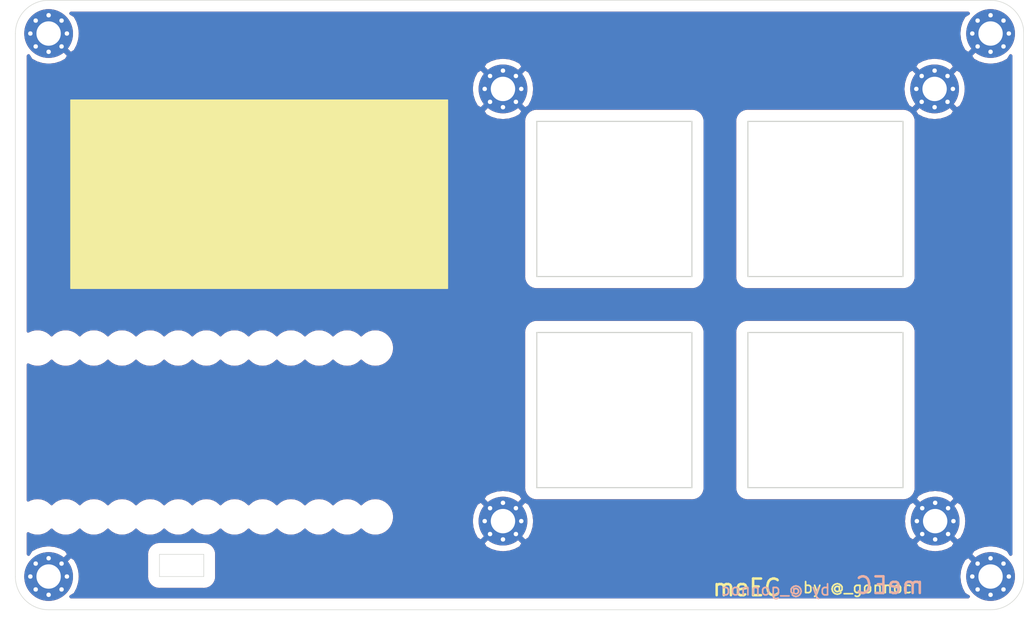
<source format=kicad_pcb>
(kicad_pcb (version 20171130) (host pcbnew "(5.1.2)-1")

  (general
    (thickness 1.6)
    (drawings 17)
    (tracks 0)
    (zones 0)
    (modules 13)
    (nets 2)
  )

  (page A4)
  (layers
    (0 F.Cu signal)
    (31 B.Cu signal)
    (32 B.Adhes user)
    (33 F.Adhes user)
    (34 B.Paste user)
    (35 F.Paste user)
    (36 B.SilkS user)
    (37 F.SilkS user)
    (38 B.Mask user)
    (39 F.Mask user)
    (40 Dwgs.User user)
    (41 Cmts.User user)
    (42 Eco1.User user)
    (43 Eco2.User user)
    (44 Edge.Cuts user)
    (45 Margin user)
    (46 B.CrtYd user)
    (47 F.CrtYd user)
    (48 B.Fab user)
    (49 F.Fab user)
  )

  (setup
    (last_trace_width 0.25)
    (trace_clearance 0.2)
    (zone_clearance 1)
    (zone_45_only no)
    (trace_min 0.2)
    (via_size 0.8)
    (via_drill 0.4)
    (via_min_size 0.4)
    (via_min_drill 0.3)
    (uvia_size 0.3)
    (uvia_drill 0.1)
    (uvias_allowed no)
    (uvia_min_size 0.2)
    (uvia_min_drill 0.1)
    (edge_width 0.05)
    (segment_width 0.2)
    (pcb_text_width 0.3)
    (pcb_text_size 1.5 1.5)
    (mod_edge_width 0.12)
    (mod_text_size 1 1)
    (mod_text_width 0.15)
    (pad_size 0.5 0.5)
    (pad_drill 0)
    (pad_to_mask_clearance 0.051)
    (solder_mask_min_width 0.25)
    (aux_axis_origin 130 118)
    (visible_elements 7FFFFFFF)
    (pcbplotparams
      (layerselection 0x00020_7ffffffe)
      (usegerberextensions true)
      (usegerberattributes false)
      (usegerberadvancedattributes false)
      (creategerberjobfile false)
      (excludeedgelayer true)
      (linewidth 0.100000)
      (plotframeref false)
      (viasonmask false)
      (mode 1)
      (useauxorigin true)
      (hpglpennumber 1)
      (hpglpenspeed 20)
      (hpglpendiameter 15.000000)
      (psnegative false)
      (psa4output false)
      (plotreference true)
      (plotvalue true)
      (plotinvisibletext false)
      (padsonsilk false)
      (subtractmaskfromsilk true)
      (outputformat 1)
      (mirror false)
      (drillshape 0)
      (scaleselection 1)
      (outputdirectory "meEC_top_gerber/"))
  )

  (net 0 "")
  (net 1 GNDA)

  (net_class Default "これはデフォルトのネット クラスです。"
    (clearance 0.2)
    (trace_width 0.25)
    (via_dia 0.8)
    (via_drill 0.4)
    (uvia_dia 0.3)
    (uvia_drill 0.1)
    (add_net GNDA)
  )

  (net_class Power ""
    (clearance 0.2)
    (trace_width 0.5)
    (via_dia 0.8)
    (via_drill 0.4)
    (uvia_dia 0.3)
    (uvia_drill 0.1)
  )

  (module MyLib:BLEMicroPro (layer B.Cu) (tedit 5F672FCE) (tstamp 5F674764)
    (at 132 102 270)
    (descr "Through hole straight pin header, 1x12, 2.54mm pitch, single row")
    (tags "Through hole pin header THT 1x12 2.54mm single row")
    (path /5F682A16)
    (fp_text reference U1 (at 0 0 270) (layer B.SilkS) hide
      (effects (font (size 1 1) (thickness 0.15)) (justify mirror))
    )
    (fp_text value ECmicro (at 0 2.54 270) (layer B.Fab)
      (effects (font (size 1 1) (thickness 0.15)) (justify mirror))
    )
    (fp_line (start 8.89 -31.75) (end 8.89 1.27) (layer Cmts.User) (width 0.12))
    (fp_line (start -8.89 -31.75) (end 8.89 -31.75) (layer Cmts.User) (width 0.12))
    (fp_line (start -8.89 1.27) (end -8.89 -31.75) (layer Cmts.User) (width 0.12))
    (fp_line (start 8.89 1.27) (end -8.89 1.27) (layer Cmts.User) (width 0.12))
    (fp_line (start 6.985 1.27) (end 8.89 1.27) (layer B.Fab) (width 0.1))
    (fp_line (start 8.89 -31.75) (end 6.35 -31.75) (layer B.Fab) (width 0.1))
    (fp_line (start 6.35 0.635) (end 6.985 1.27) (layer B.Fab) (width 0.1))
    (fp_line (start 8.89 1.27) (end 8.89 -29.21) (layer B.Fab) (width 0.1))
    (fp_line (start 6.35 -29.21) (end 6.35 0.635) (layer B.Fab) (width 0.1))
    (fp_line (start 9.42 1.8) (end 5.82 1.8) (layer B.CrtYd) (width 0.05))
    (fp_line (start 5.82 -29.75) (end 9.42 -29.75) (layer B.CrtYd) (width 0.05))
    (fp_line (start 5.82 1.8) (end 5.82 -29.75) (layer B.CrtYd) (width 0.05))
    (fp_line (start 9.42 -29.75) (end 9.42 1.8) (layer B.CrtYd) (width 0.05))
    (fp_line (start -5.82 1.8) (end -9.42 1.8) (layer B.CrtYd) (width 0.05))
    (fp_line (start -5.82 -29.75) (end -5.82 1.8) (layer B.CrtYd) (width 0.05))
    (fp_line (start -9.42 -29.75) (end -5.82 -29.75) (layer B.CrtYd) (width 0.05))
    (fp_line (start -9.42 1.8) (end -9.42 -29.75) (layer B.CrtYd) (width 0.05))
    (fp_line (start -8.89 0.635) (end -8.255 1.27) (layer B.Fab) (width 0.1))
    (fp_line (start -8.89 -29.21) (end -8.89 0.635) (layer B.Fab) (width 0.1))
    (fp_line (start -6.35 -29.21) (end -8.89 -29.21) (layer B.Fab) (width 0.1))
    (fp_line (start -6.35 1.27) (end -6.35 -29.21) (layer B.Fab) (width 0.1))
    (fp_line (start -8.255 1.27) (end -6.35 1.27) (layer B.Fab) (width 0.1))
    (pad "" np_thru_hole oval (at -7.62 -5.08 270) (size 1.2 1.2) (drill 1.2) (layers *.Cu *.Mask))
    (pad "" np_thru_hole circle (at -7.62 -2.54 270) (size 1.2 1.2) (drill 1.2) (layers *.Cu *.Mask))
    (pad "" np_thru_hole circle (at -7.62 0 270) (size 1.2 1.2) (drill 1.2) (layers *.Cu *.Mask))
    (pad "" np_thru_hole oval (at -7.62 -7.62 270) (size 1.2 1.2) (drill 1.2) (layers *.Cu *.Mask))
    (pad "" np_thru_hole oval (at -7.62 -10.16 270) (size 1.2 1.2) (drill 1.2) (layers *.Cu *.Mask))
    (pad "" np_thru_hole oval (at -7.62 -12.7 270) (size 1.2 1.2) (drill 1.2) (layers *.Cu *.Mask))
    (pad "" np_thru_hole oval (at -7.62 -15.24 270) (size 1.2 1.2) (drill 1.2) (layers *.Cu *.Mask))
    (pad "" np_thru_hole oval (at -7.62 -17.78 270) (size 1.2 1.2) (drill 1.2) (layers *.Cu *.Mask))
    (pad "" np_thru_hole oval (at -7.62 -20.32 270) (size 1.2 1.2) (drill 1.2) (layers *.Cu *.Mask))
    (pad "" np_thru_hole oval (at -7.62 -22.86 270) (size 1.2 1.2) (drill 1.2) (layers *.Cu *.Mask))
    (pad "" np_thru_hole oval (at -7.62 -25.4 270) (size 1.2 1.2) (drill 1.2) (layers *.Cu *.Mask))
    (pad "" np_thru_hole oval (at -7.62 -27.94 270) (size 1.2 1.2) (drill 1.2) (layers *.Cu *.Mask))
    (pad "" np_thru_hole oval (at -7.62 -30.48 270) (size 1.2 1.2) (drill 1.2) (layers *.Cu *.Mask))
    (pad "" np_thru_hole oval (at 7.62 -30.48 270) (size 1.2 1.2) (drill 1.2) (layers *.Cu *.Mask))
    (pad "" np_thru_hole oval (at 7.62 -27.94 270) (size 1.2 1.2) (drill 1.2) (layers *.Cu *.Mask))
    (pad "" np_thru_hole oval (at 7.62 -25.4 270) (size 1.2 1.2) (drill 1.2) (layers *.Cu *.Mask))
    (pad "" np_thru_hole oval (at 7.62 -22.86 270) (size 1.2 1.2) (drill 1.2) (layers *.Cu *.Mask))
    (pad "" np_thru_hole oval (at 7.62 -20.32 270) (size 1.2 1.2) (drill 1.2) (layers *.Cu *.Mask))
    (pad "" np_thru_hole oval (at 7.62 -17.78 270) (size 1.2 1.2) (drill 1.2) (layers *.Cu *.Mask))
    (pad "" np_thru_hole oval (at 7.62 -15.24 270) (size 1.2 1.2) (drill 1.2) (layers *.Cu *.Mask))
    (pad "" np_thru_hole oval (at 7.62 -12.7 270) (size 1.2 1.2) (drill 1.2) (layers *.Cu *.Mask))
    (pad "" np_thru_hole oval (at 7.62 -10.16 270) (size 1.2 1.2) (drill 1.2) (layers *.Cu *.Mask))
    (pad "" np_thru_hole oval (at 7.62 -7.62 270) (size 1.2 1.2) (drill 1.2) (layers *.Cu *.Mask))
    (pad "" np_thru_hole oval (at 7.62 -5.08 270) (size 1.2 1.2) (drill 1.2) (layers *.Cu *.Mask))
    (pad "" np_thru_hole oval (at 7.62 -2.54 270) (size 1.2 1.2) (drill 1.2) (layers *.Cu *.Mask))
    (pad "" np_thru_hole oval (at 7.62 0 270) (size 1.2 1.2) (drill 1.2) (layers *.Cu *.Mask))
    (model ${KISYS3DMOD}/Pin_Headers.3dshapes/Pin_Header_Straight_1x12_Pitch2.54mm.wrl
      (at (xyz 0 0 0))
      (scale (xyz 1 1 1))
      (rotate (xyz 0 0 0))
    )
  )

  (module MyLib:MX_MountHole (layer F.Cu) (tedit 5CB093A4) (tstamp 5F671E3E)
    (at 203.1 99.98)
    (path /5F66E881)
    (fp_text reference SW4 (at -6.6 -7.4) (layer F.SilkS) hide
      (effects (font (size 0.8 0.8) (thickness 0.12)))
    )
    (fp_text value EC_SW (at -4.8 -5.2) (layer F.SilkS) hide
      (effects (font (size 0.8 0.8) (thickness 0.12)))
    )
    (fp_line (start 6.9993 -7.00033) (end 6.9993 6.99897) (layer Edge.Cuts) (width 0.1))
    (fp_line (start -7 6.99897) (end -7 -7.00033) (layer Edge.Cuts) (width 0.1))
    (fp_line (start -7 -7.00033) (end 6.9993 -7.00033) (layer Edge.Cuts) (width 0.1))
    (fp_line (start 6.9993 6.99897) (end -7 6.99897) (layer Edge.Cuts) (width 0.1))
  )

  (module MyLib:MX_MountHole (layer F.Cu) (tedit 5CB093A4) (tstamp 5F67212B)
    (at 184.05 99.98)
    (path /5F66E87B)
    (fp_text reference SW3 (at -6.6 -7.4) (layer F.SilkS) hide
      (effects (font (size 0.8 0.8) (thickness 0.12)))
    )
    (fp_text value EC_SW (at -4.8 -5.2) (layer F.SilkS) hide
      (effects (font (size 0.8 0.8) (thickness 0.12)))
    )
    (fp_line (start 6.9993 -7.00033) (end 6.9993 6.99897) (layer Edge.Cuts) (width 0.1))
    (fp_line (start -7 6.99897) (end -7 -7.00033) (layer Edge.Cuts) (width 0.1))
    (fp_line (start -7 -7.00033) (end 6.9993 -7.00033) (layer Edge.Cuts) (width 0.1))
    (fp_line (start 6.9993 6.99897) (end -7 6.99897) (layer Edge.Cuts) (width 0.1))
  )

  (module MyLib:MX_MountHole (layer F.Cu) (tedit 5CB093A4) (tstamp 5F672272)
    (at 203.1 80.93)
    (path /5F66CE62)
    (fp_text reference SW2 (at -6.6 -7.4) (layer F.SilkS) hide
      (effects (font (size 0.8 0.8) (thickness 0.12)))
    )
    (fp_text value EC_SW (at -4.8 -5.2) (layer F.SilkS) hide
      (effects (font (size 0.8 0.8) (thickness 0.12)))
    )
    (fp_line (start 6.9993 -7.00033) (end 6.9993 6.99897) (layer Edge.Cuts) (width 0.1))
    (fp_line (start -7 6.99897) (end -7 -7.00033) (layer Edge.Cuts) (width 0.1))
    (fp_line (start -7 -7.00033) (end 6.9993 -7.00033) (layer Edge.Cuts) (width 0.1))
    (fp_line (start 6.9993 6.99897) (end -7 6.99897) (layer Edge.Cuts) (width 0.1))
  )

  (module MyLib:MX_MountHole (layer F.Cu) (tedit 5CB093A4) (tstamp 5F67206C)
    (at 184.05 80.93)
    (path /5F66C39E)
    (fp_text reference SW1 (at -6.6 -7.4) (layer F.SilkS) hide
      (effects (font (size 0.8 0.8) (thickness 0.12)))
    )
    (fp_text value EC_SW (at -4.8 -5.2) (layer F.SilkS) hide
      (effects (font (size 0.8 0.8) (thickness 0.12)))
    )
    (fp_line (start 6.9993 -7.00033) (end 6.9993 6.99897) (layer Edge.Cuts) (width 0.1))
    (fp_line (start -7 6.99897) (end -7 -7.00033) (layer Edge.Cuts) (width 0.1))
    (fp_line (start -7 -7.00033) (end 6.9993 -7.00033) (layer Edge.Cuts) (width 0.1))
    (fp_line (start 6.9993 6.99897) (end -7 6.99897) (layer Edge.Cuts) (width 0.1))
  )

  (module MountingHole:MountingHole_2.2mm_M2_Pad_Via (layer F.Cu) (tedit 56DDB9C7) (tstamp 5F674C35)
    (at 218 66)
    (descr "Mounting Hole 2.2mm, M2")
    (tags "mounting hole 2.2mm m2")
    (path /5F6A5CE6)
    (attr virtual)
    (fp_text reference H8 (at 0 -3.2) (layer F.SilkS) hide
      (effects (font (size 1 1) (thickness 0.15)))
    )
    (fp_text value M2 (at 0 3.2) (layer F.Fab)
      (effects (font (size 1 1) (thickness 0.15)))
    )
    (fp_circle (center 0 0) (end 2.45 0) (layer F.CrtYd) (width 0.05))
    (fp_circle (center 0 0) (end 2.2 0) (layer Cmts.User) (width 0.15))
    (fp_text user %R (at 0.3 0) (layer F.Fab)
      (effects (font (size 1 1) (thickness 0.15)))
    )
    (pad 1 thru_hole circle (at 1.166726 -1.166726) (size 0.7 0.7) (drill 0.4) (layers *.Cu *.Mask)
      (net 1 GNDA))
    (pad 1 thru_hole circle (at 0 -1.65) (size 0.7 0.7) (drill 0.4) (layers *.Cu *.Mask)
      (net 1 GNDA))
    (pad 1 thru_hole circle (at -1.166726 -1.166726) (size 0.7 0.7) (drill 0.4) (layers *.Cu *.Mask)
      (net 1 GNDA))
    (pad 1 thru_hole circle (at -1.65 0) (size 0.7 0.7) (drill 0.4) (layers *.Cu *.Mask)
      (net 1 GNDA))
    (pad 1 thru_hole circle (at -1.166726 1.166726) (size 0.7 0.7) (drill 0.4) (layers *.Cu *.Mask)
      (net 1 GNDA))
    (pad 1 thru_hole circle (at 0 1.65) (size 0.7 0.7) (drill 0.4) (layers *.Cu *.Mask)
      (net 1 GNDA))
    (pad 1 thru_hole circle (at 1.166726 1.166726) (size 0.7 0.7) (drill 0.4) (layers *.Cu *.Mask)
      (net 1 GNDA))
    (pad 1 thru_hole circle (at 1.65 0) (size 0.7 0.7) (drill 0.4) (layers *.Cu *.Mask)
      (net 1 GNDA))
    (pad 1 thru_hole circle (at 0 0) (size 4.4 4.4) (drill 2.2) (layers *.Cu *.Mask)
      (net 1 GNDA))
  )

  (module MountingHole:MountingHole_2.2mm_M2_Pad_Via (layer F.Cu) (tedit 56DDB9C7) (tstamp 5F674C25)
    (at 213 110)
    (descr "Mounting Hole 2.2mm, M2")
    (tags "mounting hole 2.2mm m2")
    (path /5F6A5CDA)
    (attr virtual)
    (fp_text reference H7 (at 0 -3.2) (layer F.SilkS) hide
      (effects (font (size 1 1) (thickness 0.15)))
    )
    (fp_text value M2 (at 0 3.2) (layer F.Fab)
      (effects (font (size 1 1) (thickness 0.15)))
    )
    (fp_circle (center 0 0) (end 2.45 0) (layer F.CrtYd) (width 0.05))
    (fp_circle (center 0 0) (end 2.2 0) (layer Cmts.User) (width 0.15))
    (fp_text user %R (at 0.3 0) (layer F.Fab)
      (effects (font (size 1 1) (thickness 0.15)))
    )
    (pad 1 thru_hole circle (at 1.166726 -1.166726) (size 0.7 0.7) (drill 0.4) (layers *.Cu *.Mask)
      (net 1 GNDA))
    (pad 1 thru_hole circle (at 0 -1.65) (size 0.7 0.7) (drill 0.4) (layers *.Cu *.Mask)
      (net 1 GNDA))
    (pad 1 thru_hole circle (at -1.166726 -1.166726) (size 0.7 0.7) (drill 0.4) (layers *.Cu *.Mask)
      (net 1 GNDA))
    (pad 1 thru_hole circle (at -1.65 0) (size 0.7 0.7) (drill 0.4) (layers *.Cu *.Mask)
      (net 1 GNDA))
    (pad 1 thru_hole circle (at -1.166726 1.166726) (size 0.7 0.7) (drill 0.4) (layers *.Cu *.Mask)
      (net 1 GNDA))
    (pad 1 thru_hole circle (at 0 1.65) (size 0.7 0.7) (drill 0.4) (layers *.Cu *.Mask)
      (net 1 GNDA))
    (pad 1 thru_hole circle (at 1.166726 1.166726) (size 0.7 0.7) (drill 0.4) (layers *.Cu *.Mask)
      (net 1 GNDA))
    (pad 1 thru_hole circle (at 1.65 0) (size 0.7 0.7) (drill 0.4) (layers *.Cu *.Mask)
      (net 1 GNDA))
    (pad 1 thru_hole circle (at 0 0) (size 4.4 4.4) (drill 2.2) (layers *.Cu *.Mask)
      (net 1 GNDA))
  )

  (module MountingHole:MountingHole_2.2mm_M2_Pad_Via (layer F.Cu) (tedit 56DDB9C7) (tstamp 5F674C15)
    (at 218 115)
    (descr "Mounting Hole 2.2mm, M2")
    (tags "mounting hole 2.2mm m2")
    (path /5F6A5CCE)
    (attr virtual)
    (fp_text reference H6 (at 0 -3.2) (layer F.SilkS) hide
      (effects (font (size 1 1) (thickness 0.15)))
    )
    (fp_text value M2 (at 0 3.2) (layer F.Fab)
      (effects (font (size 1 1) (thickness 0.15)))
    )
    (fp_circle (center 0 0) (end 2.45 0) (layer F.CrtYd) (width 0.05))
    (fp_circle (center 0 0) (end 2.2 0) (layer Cmts.User) (width 0.15))
    (fp_text user %R (at 0.3 0) (layer F.Fab)
      (effects (font (size 1 1) (thickness 0.15)))
    )
    (pad 1 thru_hole circle (at 1.166726 -1.166726) (size 0.7 0.7) (drill 0.4) (layers *.Cu *.Mask)
      (net 1 GNDA))
    (pad 1 thru_hole circle (at 0 -1.65) (size 0.7 0.7) (drill 0.4) (layers *.Cu *.Mask)
      (net 1 GNDA))
    (pad 1 thru_hole circle (at -1.166726 -1.166726) (size 0.7 0.7) (drill 0.4) (layers *.Cu *.Mask)
      (net 1 GNDA))
    (pad 1 thru_hole circle (at -1.65 0) (size 0.7 0.7) (drill 0.4) (layers *.Cu *.Mask)
      (net 1 GNDA))
    (pad 1 thru_hole circle (at -1.166726 1.166726) (size 0.7 0.7) (drill 0.4) (layers *.Cu *.Mask)
      (net 1 GNDA))
    (pad 1 thru_hole circle (at 0 1.65) (size 0.7 0.7) (drill 0.4) (layers *.Cu *.Mask)
      (net 1 GNDA))
    (pad 1 thru_hole circle (at 1.166726 1.166726) (size 0.7 0.7) (drill 0.4) (layers *.Cu *.Mask)
      (net 1 GNDA))
    (pad 1 thru_hole circle (at 1.65 0) (size 0.7 0.7) (drill 0.4) (layers *.Cu *.Mask)
      (net 1 GNDA))
    (pad 1 thru_hole circle (at 0 0) (size 4.4 4.4) (drill 2.2) (layers *.Cu *.Mask)
      (net 1 GNDA))
  )

  (module MountingHole:MountingHole_2.2mm_M2_Pad_Via (layer F.Cu) (tedit 56DDB9C7) (tstamp 5F674C05)
    (at 174 110)
    (descr "Mounting Hole 2.2mm, M2")
    (tags "mounting hole 2.2mm m2")
    (path /5F6A5CC2)
    (attr virtual)
    (fp_text reference H5 (at 0 -3.2) (layer F.SilkS) hide
      (effects (font (size 1 1) (thickness 0.15)))
    )
    (fp_text value M2 (at 0 3.2) (layer F.Fab)
      (effects (font (size 1 1) (thickness 0.15)))
    )
    (fp_circle (center 0 0) (end 2.45 0) (layer F.CrtYd) (width 0.05))
    (fp_circle (center 0 0) (end 2.2 0) (layer Cmts.User) (width 0.15))
    (fp_text user %R (at 0.3 0) (layer F.Fab)
      (effects (font (size 1 1) (thickness 0.15)))
    )
    (pad 1 thru_hole circle (at 1.166726 -1.166726) (size 0.7 0.7) (drill 0.4) (layers *.Cu *.Mask)
      (net 1 GNDA))
    (pad 1 thru_hole circle (at 0 -1.65) (size 0.7 0.7) (drill 0.4) (layers *.Cu *.Mask)
      (net 1 GNDA))
    (pad 1 thru_hole circle (at -1.166726 -1.166726) (size 0.7 0.7) (drill 0.4) (layers *.Cu *.Mask)
      (net 1 GNDA))
    (pad 1 thru_hole circle (at -1.65 0) (size 0.7 0.7) (drill 0.4) (layers *.Cu *.Mask)
      (net 1 GNDA))
    (pad 1 thru_hole circle (at -1.166726 1.166726) (size 0.7 0.7) (drill 0.4) (layers *.Cu *.Mask)
      (net 1 GNDA))
    (pad 1 thru_hole circle (at 0 1.65) (size 0.7 0.7) (drill 0.4) (layers *.Cu *.Mask)
      (net 1 GNDA))
    (pad 1 thru_hole circle (at 1.166726 1.166726) (size 0.7 0.7) (drill 0.4) (layers *.Cu *.Mask)
      (net 1 GNDA))
    (pad 1 thru_hole circle (at 1.65 0) (size 0.7 0.7) (drill 0.4) (layers *.Cu *.Mask)
      (net 1 GNDA))
    (pad 1 thru_hole circle (at 0 0) (size 4.4 4.4) (drill 2.2) (layers *.Cu *.Mask)
      (net 1 GNDA))
  )

  (module MountingHole:MountingHole_2.2mm_M2_Pad_Via (layer F.Cu) (tedit 56DDB9C7) (tstamp 5F674BF5)
    (at 133 115)
    (descr "Mounting Hole 2.2mm, M2")
    (tags "mounting hole 2.2mm m2")
    (path /5F6A2DF2)
    (attr virtual)
    (fp_text reference H4 (at 0 -3.2) (layer F.SilkS) hide
      (effects (font (size 1 1) (thickness 0.15)))
    )
    (fp_text value M2 (at 0 3.2) (layer F.Fab)
      (effects (font (size 1 1) (thickness 0.15)))
    )
    (fp_circle (center 0 0) (end 2.45 0) (layer F.CrtYd) (width 0.05))
    (fp_circle (center 0 0) (end 2.2 0) (layer Cmts.User) (width 0.15))
    (fp_text user %R (at 0.3 0) (layer F.Fab)
      (effects (font (size 1 1) (thickness 0.15)))
    )
    (pad 1 thru_hole circle (at 1.166726 -1.166726) (size 0.7 0.7) (drill 0.4) (layers *.Cu *.Mask)
      (net 1 GNDA))
    (pad 1 thru_hole circle (at 0 -1.65) (size 0.7 0.7) (drill 0.4) (layers *.Cu *.Mask)
      (net 1 GNDA))
    (pad 1 thru_hole circle (at -1.166726 -1.166726) (size 0.7 0.7) (drill 0.4) (layers *.Cu *.Mask)
      (net 1 GNDA))
    (pad 1 thru_hole circle (at -1.65 0) (size 0.7 0.7) (drill 0.4) (layers *.Cu *.Mask)
      (net 1 GNDA))
    (pad 1 thru_hole circle (at -1.166726 1.166726) (size 0.7 0.7) (drill 0.4) (layers *.Cu *.Mask)
      (net 1 GNDA))
    (pad 1 thru_hole circle (at 0 1.65) (size 0.7 0.7) (drill 0.4) (layers *.Cu *.Mask)
      (net 1 GNDA))
    (pad 1 thru_hole circle (at 1.166726 1.166726) (size 0.7 0.7) (drill 0.4) (layers *.Cu *.Mask)
      (net 1 GNDA))
    (pad 1 thru_hole circle (at 1.65 0) (size 0.7 0.7) (drill 0.4) (layers *.Cu *.Mask)
      (net 1 GNDA))
    (pad 1 thru_hole circle (at 0 0) (size 4.4 4.4) (drill 2.2) (layers *.Cu *.Mask)
      (net 1 GNDA))
  )

  (module MountingHole:MountingHole_2.2mm_M2_Pad_Via (layer F.Cu) (tedit 56DDB9C7) (tstamp 5F674BE5)
    (at 212.95 71)
    (descr "Mounting Hole 2.2mm, M2")
    (tags "mounting hole 2.2mm m2")
    (path /5F6A2DE6)
    (attr virtual)
    (fp_text reference H3 (at 0 -3.2) (layer F.SilkS) hide
      (effects (font (size 1 1) (thickness 0.15)))
    )
    (fp_text value M2 (at 0 3.2) (layer F.Fab)
      (effects (font (size 1 1) (thickness 0.15)))
    )
    (fp_circle (center 0 0) (end 2.45 0) (layer F.CrtYd) (width 0.05))
    (fp_circle (center 0 0) (end 2.2 0) (layer Cmts.User) (width 0.15))
    (fp_text user %R (at 0.3 0) (layer F.Fab)
      (effects (font (size 1 1) (thickness 0.15)))
    )
    (pad 1 thru_hole circle (at 1.166726 -1.166726) (size 0.7 0.7) (drill 0.4) (layers *.Cu *.Mask)
      (net 1 GNDA))
    (pad 1 thru_hole circle (at 0 -1.65) (size 0.7 0.7) (drill 0.4) (layers *.Cu *.Mask)
      (net 1 GNDA))
    (pad 1 thru_hole circle (at -1.166726 -1.166726) (size 0.7 0.7) (drill 0.4) (layers *.Cu *.Mask)
      (net 1 GNDA))
    (pad 1 thru_hole circle (at -1.65 0) (size 0.7 0.7) (drill 0.4) (layers *.Cu *.Mask)
      (net 1 GNDA))
    (pad 1 thru_hole circle (at -1.166726 1.166726) (size 0.7 0.7) (drill 0.4) (layers *.Cu *.Mask)
      (net 1 GNDA))
    (pad 1 thru_hole circle (at 0 1.65) (size 0.7 0.7) (drill 0.4) (layers *.Cu *.Mask)
      (net 1 GNDA))
    (pad 1 thru_hole circle (at 1.166726 1.166726) (size 0.7 0.7) (drill 0.4) (layers *.Cu *.Mask)
      (net 1 GNDA))
    (pad 1 thru_hole circle (at 1.65 0) (size 0.7 0.7) (drill 0.4) (layers *.Cu *.Mask)
      (net 1 GNDA))
    (pad 1 thru_hole circle (at 0 0) (size 4.4 4.4) (drill 2.2) (layers *.Cu *.Mask)
      (net 1 GNDA))
  )

  (module MountingHole:MountingHole_2.2mm_M2_Pad_Via (layer F.Cu) (tedit 56DDB9C7) (tstamp 5F674BD5)
    (at 133 66)
    (descr "Mounting Hole 2.2mm, M2")
    (tags "mounting hole 2.2mm m2")
    (path /5F6A1684)
    (attr virtual)
    (fp_text reference H2 (at 0 -3.2) (layer F.SilkS) hide
      (effects (font (size 1 1) (thickness 0.15)))
    )
    (fp_text value M2 (at 0 3.2) (layer F.Fab)
      (effects (font (size 1 1) (thickness 0.15)))
    )
    (fp_circle (center 0 0) (end 2.45 0) (layer F.CrtYd) (width 0.05))
    (fp_circle (center 0 0) (end 2.2 0) (layer Cmts.User) (width 0.15))
    (fp_text user %R (at 0.3 0) (layer F.Fab)
      (effects (font (size 1 1) (thickness 0.15)))
    )
    (pad 1 thru_hole circle (at 1.166726 -1.166726) (size 0.7 0.7) (drill 0.4) (layers *.Cu *.Mask)
      (net 1 GNDA))
    (pad 1 thru_hole circle (at 0 -1.65) (size 0.7 0.7) (drill 0.4) (layers *.Cu *.Mask)
      (net 1 GNDA))
    (pad 1 thru_hole circle (at -1.166726 -1.166726) (size 0.7 0.7) (drill 0.4) (layers *.Cu *.Mask)
      (net 1 GNDA))
    (pad 1 thru_hole circle (at -1.65 0) (size 0.7 0.7) (drill 0.4) (layers *.Cu *.Mask)
      (net 1 GNDA))
    (pad 1 thru_hole circle (at -1.166726 1.166726) (size 0.7 0.7) (drill 0.4) (layers *.Cu *.Mask)
      (net 1 GNDA))
    (pad 1 thru_hole circle (at 0 1.65) (size 0.7 0.7) (drill 0.4) (layers *.Cu *.Mask)
      (net 1 GNDA))
    (pad 1 thru_hole circle (at 1.166726 1.166726) (size 0.7 0.7) (drill 0.4) (layers *.Cu *.Mask)
      (net 1 GNDA))
    (pad 1 thru_hole circle (at 1.65 0) (size 0.7 0.7) (drill 0.4) (layers *.Cu *.Mask)
      (net 1 GNDA))
    (pad 1 thru_hole circle (at 0 0) (size 4.4 4.4) (drill 2.2) (layers *.Cu *.Mask)
      (net 1 GNDA))
  )

  (module MountingHole:MountingHole_2.2mm_M2_Pad_Via (layer F.Cu) (tedit 56DDB9C7) (tstamp 5F674BC5)
    (at 174 71)
    (descr "Mounting Hole 2.2mm, M2")
    (tags "mounting hole 2.2mm m2")
    (path /5F69D6C9)
    (attr virtual)
    (fp_text reference H1 (at 0 -3.2) (layer F.SilkS) hide
      (effects (font (size 1 1) (thickness 0.15)))
    )
    (fp_text value M2 (at 0 3.2) (layer F.Fab)
      (effects (font (size 1 1) (thickness 0.15)))
    )
    (fp_circle (center 0 0) (end 2.45 0) (layer F.CrtYd) (width 0.05))
    (fp_circle (center 0 0) (end 2.2 0) (layer Cmts.User) (width 0.15))
    (fp_text user %R (at 0.3 0) (layer F.Fab)
      (effects (font (size 1 1) (thickness 0.15)))
    )
    (pad 1 thru_hole circle (at 1.166726 -1.166726) (size 0.7 0.7) (drill 0.4) (layers *.Cu *.Mask)
      (net 1 GNDA))
    (pad 1 thru_hole circle (at 0 -1.65) (size 0.7 0.7) (drill 0.4) (layers *.Cu *.Mask)
      (net 1 GNDA))
    (pad 1 thru_hole circle (at -1.166726 -1.166726) (size 0.7 0.7) (drill 0.4) (layers *.Cu *.Mask)
      (net 1 GNDA))
    (pad 1 thru_hole circle (at -1.65 0) (size 0.7 0.7) (drill 0.4) (layers *.Cu *.Mask)
      (net 1 GNDA))
    (pad 1 thru_hole circle (at -1.166726 1.166726) (size 0.7 0.7) (drill 0.4) (layers *.Cu *.Mask)
      (net 1 GNDA))
    (pad 1 thru_hole circle (at 0 1.65) (size 0.7 0.7) (drill 0.4) (layers *.Cu *.Mask)
      (net 1 GNDA))
    (pad 1 thru_hole circle (at 1.166726 1.166726) (size 0.7 0.7) (drill 0.4) (layers *.Cu *.Mask)
      (net 1 GNDA))
    (pad 1 thru_hole circle (at 1.65 0) (size 0.7 0.7) (drill 0.4) (layers *.Cu *.Mask)
      (net 1 GNDA))
    (pad 1 thru_hole circle (at 0 0) (size 4.4 4.4) (drill 2.2) (layers *.Cu *.Mask)
      (net 1 GNDA))
  )

  (gr_poly (pts (xy 135 72) (xy 135 89) (xy 169 89) (xy 169 72)) (layer F.SilkS) (width 0.1))
  (gr_line (start 147 113) (end 143 113) (layer Edge.Cuts) (width 0.05) (tstamp 5F6728B5))
  (gr_line (start 147 115) (end 147 113) (layer Edge.Cuts) (width 0.05))
  (gr_line (start 143 115) (end 147 115) (layer Edge.Cuts) (width 0.05))
  (gr_line (start 143 113) (end 143 115) (layer Edge.Cuts) (width 0.05))
  (gr_text "by @_gonnoc" (at 198.6 116.2) (layer B.SilkS) (tstamp 5F677F86)
    (effects (font (size 1 1) (thickness 0.15)) (justify mirror))
  )
  (gr_text meEC (at 208.9 115.8) (layer B.SilkS) (tstamp 5F677F82)
    (effects (font (size 1.5 1.5) (thickness 0.23)) (justify mirror))
  )
  (gr_text "by @_gonnoc" (at 206 116) (layer F.SilkS)
    (effects (font (size 1 1) (thickness 0.15)))
  )
  (gr_text meEC (at 196 116) (layer F.SilkS)
    (effects (font (size 1.5 1.5) (thickness 0.23)))
  )
  (gr_arc (start 218 66) (end 221 66) (angle -90) (layer Edge.Cuts) (width 0.05))
  (gr_arc (start 218 115) (end 218 118) (angle -90) (layer Edge.Cuts) (width 0.05))
  (gr_arc (start 133 115) (end 130 115) (angle -90) (layer Edge.Cuts) (width 0.05))
  (gr_arc (start 133 66) (end 133 63) (angle -90) (layer Edge.Cuts) (width 0.05))
  (gr_line (start 218 63) (end 133 63) (layer Edge.Cuts) (width 0.05) (tstamp 5F673526))
  (gr_line (start 221 115) (end 221 66) (layer Edge.Cuts) (width 0.05))
  (gr_line (start 133 118) (end 218 118) (layer Edge.Cuts) (width 0.05))
  (gr_line (start 130 66) (end 130 115) (layer Edge.Cuts) (width 0.05))

  (zone (net 1) (net_name GNDA) (layer F.Cu) (tstamp 5F678997) (hatch edge 0.508)
    (connect_pads thru_hole_only (clearance 1))
    (min_thickness 0.254)
    (fill yes (arc_segments 32) (thermal_gap 0.508) (thermal_bridge_width 0.508))
    (polygon
      (pts
        (xy 130 63) (xy 130 118) (xy 221 118) (xy 221 63)
      )
    )
    (filled_polygon
      (pts
        (xy 216.010223 64.189831) (xy 215.622982 64.429976) (xy 215.362359 64.923877) (xy 215.203099 65.459133) (xy 215.151322 66.015174)
        (xy 215.209019 66.570632) (xy 215.373972 67.104161) (xy 215.622982 67.570024) (xy 216.010225 67.81017) (xy 217.820395 66)
        (xy 217.806253 65.985858) (xy 217.985858 65.806253) (xy 218 65.820395) (xy 218.014143 65.806253) (xy 218.193748 65.985858)
        (xy 218.179605 66) (xy 218.193748 66.014143) (xy 218.014143 66.193748) (xy 218 66.179605) (xy 216.18983 67.989775)
        (xy 216.429976 68.377018) (xy 216.923877 68.637641) (xy 217.459133 68.796901) (xy 218.015174 68.848678) (xy 218.570632 68.790981)
        (xy 219.104161 68.626028) (xy 219.570024 68.377018) (xy 219.810169 67.989777) (xy 219.848001 68.027609) (xy 219.848 112.972392)
        (xy 219.810169 113.010223) (xy 219.570024 112.622982) (xy 219.076123 112.362359) (xy 218.540867 112.203099) (xy 217.984826 112.151322)
        (xy 217.429368 112.209019) (xy 216.895839 112.373972) (xy 216.429976 112.622982) (xy 216.18983 113.010225) (xy 218 114.820395)
        (xy 218.014143 114.806253) (xy 218.193748 114.985858) (xy 218.179605 115) (xy 218.193748 115.014143) (xy 218.014143 115.193748)
        (xy 218 115.179605) (xy 217.985858 115.193748) (xy 217.806253 115.014143) (xy 217.820395 115) (xy 216.010225 113.18983)
        (xy 215.622982 113.429976) (xy 215.362359 113.923877) (xy 215.203099 114.459133) (xy 215.151322 115.015174) (xy 215.209019 115.570632)
        (xy 215.373972 116.104161) (xy 215.622982 116.570024) (xy 216.010223 116.810169) (xy 215.972392 116.848) (xy 135.027608 116.848)
        (xy 134.989777 116.810169) (xy 135.377018 116.570024) (xy 135.637641 116.076123) (xy 135.796901 115.540867) (xy 135.848678 114.984826)
        (xy 135.790981 114.429368) (xy 135.626028 113.895839) (xy 135.377018 113.429976) (xy 134.989775 113.18983) (xy 133.179605 115)
        (xy 133.193748 115.014143) (xy 133.014143 115.193748) (xy 133 115.179605) (xy 132.985858 115.193748) (xy 132.806253 115.014143)
        (xy 132.820395 115) (xy 132.806253 114.985858) (xy 132.985858 114.806253) (xy 133 114.820395) (xy 134.81017 113.010225)
        (xy 134.80383 113) (xy 141.842426 113) (xy 141.848 113.056595) (xy 141.848001 114.943396) (xy 141.842426 115)
        (xy 141.864668 115.225831) (xy 141.930541 115.442984) (xy 142.037512 115.643114) (xy 142.181472 115.818528) (xy 142.356886 115.962488)
        (xy 142.557016 116.069459) (xy 142.774169 116.135332) (xy 142.943405 116.152) (xy 143 116.157574) (xy 143.056595 116.152)
        (xy 146.943405 116.152) (xy 147 116.157574) (xy 147.056595 116.152) (xy 147.225831 116.135332) (xy 147.442984 116.069459)
        (xy 147.643114 115.962488) (xy 147.818528 115.818528) (xy 147.962488 115.643114) (xy 148.069459 115.442984) (xy 148.135332 115.225831)
        (xy 148.157574 115) (xy 148.152 114.943405) (xy 148.152 113.056595) (xy 148.157574 113) (xy 148.142551 112.847461)
        (xy 148.135332 112.774169) (xy 148.069459 112.557016) (xy 147.962488 112.356886) (xy 147.818528 112.181472) (xy 147.643114 112.037512)
        (xy 147.553804 111.989775) (xy 172.18983 111.989775) (xy 172.429976 112.377018) (xy 172.923877 112.637641) (xy 173.459133 112.796901)
        (xy 174.015174 112.848678) (xy 174.570632 112.790981) (xy 175.104161 112.626028) (xy 175.570024 112.377018) (xy 175.81017 111.989775)
        (xy 211.18983 111.989775) (xy 211.429976 112.377018) (xy 211.923877 112.637641) (xy 212.459133 112.796901) (xy 213.015174 112.848678)
        (xy 213.570632 112.790981) (xy 214.104161 112.626028) (xy 214.570024 112.377018) (xy 214.81017 111.989775) (xy 213 110.179605)
        (xy 211.18983 111.989775) (xy 175.81017 111.989775) (xy 174 110.179605) (xy 172.18983 111.989775) (xy 147.553804 111.989775)
        (xy 147.442984 111.930541) (xy 147.225831 111.864668) (xy 147 111.842426) (xy 146.943405 111.848) (xy 143.056595 111.848)
        (xy 143 111.842426) (xy 142.943405 111.848) (xy 142.774169 111.864668) (xy 142.557016 111.930541) (xy 142.356886 112.037512)
        (xy 142.181472 112.181472) (xy 142.037512 112.356886) (xy 141.930541 112.557016) (xy 141.864668 112.774169) (xy 141.842426 113)
        (xy 134.80383 113) (xy 134.570024 112.622982) (xy 134.076123 112.362359) (xy 133.540867 112.203099) (xy 132.984826 112.151322)
        (xy 132.429368 112.209019) (xy 131.895839 112.373972) (xy 131.429976 112.622982) (xy 131.189831 113.010223) (xy 131.152 112.972392)
        (xy 131.152 111.124959) (xy 131.335908 111.22326) (xy 131.661449 111.322012) (xy 131.915159 111.347) (xy 132.084841 111.347)
        (xy 132.338551 111.322012) (xy 132.664092 111.22326) (xy 132.964112 111.062896) (xy 133.227082 110.847082) (xy 133.27 110.794786)
        (xy 133.312918 110.847082) (xy 133.575888 111.062896) (xy 133.875908 111.22326) (xy 134.201449 111.322012) (xy 134.455159 111.347)
        (xy 134.624841 111.347) (xy 134.878551 111.322012) (xy 135.204092 111.22326) (xy 135.504112 111.062896) (xy 135.767082 110.847082)
        (xy 135.81 110.794786) (xy 135.852918 110.847082) (xy 136.115888 111.062896) (xy 136.415908 111.22326) (xy 136.741449 111.322012)
        (xy 136.995159 111.347) (xy 137.164841 111.347) (xy 137.418551 111.322012) (xy 137.744092 111.22326) (xy 138.044112 111.062896)
        (xy 138.307082 110.847082) (xy 138.35 110.794786) (xy 138.392918 110.847082) (xy 138.655888 111.062896) (xy 138.955908 111.22326)
        (xy 139.281449 111.322012) (xy 139.535159 111.347) (xy 139.704841 111.347) (xy 139.958551 111.322012) (xy 140.284092 111.22326)
        (xy 140.584112 111.062896) (xy 140.847082 110.847082) (xy 140.89 110.794786) (xy 140.932918 110.847082) (xy 141.195888 111.062896)
        (xy 141.495908 111.22326) (xy 141.821449 111.322012) (xy 142.075159 111.347) (xy 142.244841 111.347) (xy 142.498551 111.322012)
        (xy 142.824092 111.22326) (xy 143.124112 111.062896) (xy 143.387082 110.847082) (xy 143.43 110.794786) (xy 143.472918 110.847082)
        (xy 143.735888 111.062896) (xy 144.035908 111.22326) (xy 144.361449 111.322012) (xy 144.615159 111.347) (xy 144.784841 111.347)
        (xy 145.038551 111.322012) (xy 145.364092 111.22326) (xy 145.664112 111.062896) (xy 145.927082 110.847082) (xy 145.97 110.794786)
        (xy 146.012918 110.847082) (xy 146.275888 111.062896) (xy 146.575908 111.22326) (xy 146.901449 111.322012) (xy 147.155159 111.347)
        (xy 147.324841 111.347) (xy 147.578551 111.322012) (xy 147.904092 111.22326) (xy 148.204112 111.062896) (xy 148.467082 110.847082)
        (xy 148.51 110.794786) (xy 148.552918 110.847082) (xy 148.815888 111.062896) (xy 149.115908 111.22326) (xy 149.441449 111.322012)
        (xy 149.695159 111.347) (xy 149.864841 111.347) (xy 150.118551 111.322012) (xy 150.444092 111.22326) (xy 150.744112 111.062896)
        (xy 151.007082 110.847082) (xy 151.05 110.794786) (xy 151.092918 110.847082) (xy 151.355888 111.062896) (xy 151.655908 111.22326)
        (xy 151.981449 111.322012) (xy 152.235159 111.347) (xy 152.404841 111.347) (xy 152.658551 111.322012) (xy 152.984092 111.22326)
        (xy 153.284112 111.062896) (xy 153.547082 110.847082) (xy 153.59 110.794786) (xy 153.632918 110.847082) (xy 153.895888 111.062896)
        (xy 154.195908 111.22326) (xy 154.521449 111.322012) (xy 154.775159 111.347) (xy 154.944841 111.347) (xy 155.198551 111.322012)
        (xy 155.524092 111.22326) (xy 155.824112 111.062896) (xy 156.087082 110.847082) (xy 156.13 110.794786) (xy 156.172918 110.847082)
        (xy 156.435888 111.062896) (xy 156.735908 111.22326) (xy 157.061449 111.322012) (xy 157.315159 111.347) (xy 157.484841 111.347)
        (xy 157.738551 111.322012) (xy 158.064092 111.22326) (xy 158.364112 111.062896) (xy 158.627082 110.847082) (xy 158.67 110.794786)
        (xy 158.712918 110.847082) (xy 158.975888 111.062896) (xy 159.275908 111.22326) (xy 159.601449 111.322012) (xy 159.855159 111.347)
        (xy 160.024841 111.347) (xy 160.278551 111.322012) (xy 160.604092 111.22326) (xy 160.904112 111.062896) (xy 161.167082 110.847082)
        (xy 161.21 110.794786) (xy 161.252918 110.847082) (xy 161.515888 111.062896) (xy 161.815908 111.22326) (xy 162.141449 111.322012)
        (xy 162.395159 111.347) (xy 162.564841 111.347) (xy 162.818551 111.322012) (xy 163.144092 111.22326) (xy 163.444112 111.062896)
        (xy 163.707082 110.847082) (xy 163.922896 110.584112) (xy 164.08326 110.284092) (xy 164.164835 110.015174) (xy 171.151322 110.015174)
        (xy 171.209019 110.570632) (xy 171.373972 111.104161) (xy 171.622982 111.570024) (xy 172.010225 111.81017) (xy 173.820395 110)
        (xy 174.179605 110) (xy 175.989775 111.81017) (xy 176.377018 111.570024) (xy 176.637641 111.076123) (xy 176.796901 110.540867)
        (xy 176.845852 110.015174) (xy 210.151322 110.015174) (xy 210.209019 110.570632) (xy 210.373972 111.104161) (xy 210.622982 111.570024)
        (xy 211.010225 111.81017) (xy 212.820395 110) (xy 213.179605 110) (xy 214.989775 111.81017) (xy 215.377018 111.570024)
        (xy 215.637641 111.076123) (xy 215.796901 110.540867) (xy 215.848678 109.984826) (xy 215.790981 109.429368) (xy 215.626028 108.895839)
        (xy 215.377018 108.429976) (xy 214.989775 108.18983) (xy 213.179605 110) (xy 212.820395 110) (xy 211.010225 108.18983)
        (xy 210.622982 108.429976) (xy 210.362359 108.923877) (xy 210.203099 109.459133) (xy 210.151322 110.015174) (xy 176.845852 110.015174)
        (xy 176.848678 109.984826) (xy 176.790981 109.429368) (xy 176.626028 108.895839) (xy 176.377018 108.429976) (xy 175.989775 108.18983)
        (xy 174.179605 110) (xy 173.820395 110) (xy 172.010225 108.18983) (xy 171.622982 108.429976) (xy 171.362359 108.923877)
        (xy 171.203099 109.459133) (xy 171.151322 110.015174) (xy 164.164835 110.015174) (xy 164.182012 109.958551) (xy 164.215356 109.62)
        (xy 164.182012 109.281449) (xy 164.08326 108.955908) (xy 163.922896 108.655888) (xy 163.707082 108.392918) (xy 163.444112 108.177104)
        (xy 163.144092 108.01674) (xy 163.122615 108.010225) (xy 172.18983 108.010225) (xy 174 109.820395) (xy 175.81017 108.010225)
        (xy 175.570024 107.622982) (xy 175.076123 107.362359) (xy 174.540867 107.203099) (xy 173.984826 107.151322) (xy 173.429368 107.209019)
        (xy 172.895839 107.373972) (xy 172.429976 107.622982) (xy 172.18983 108.010225) (xy 163.122615 108.010225) (xy 162.818551 107.917988)
        (xy 162.564841 107.893) (xy 162.395159 107.893) (xy 162.141449 107.917988) (xy 161.815908 108.01674) (xy 161.515888 108.177104)
        (xy 161.252918 108.392918) (xy 161.21 108.445214) (xy 161.167082 108.392918) (xy 160.904112 108.177104) (xy 160.604092 108.01674)
        (xy 160.278551 107.917988) (xy 160.024841 107.893) (xy 159.855159 107.893) (xy 159.601449 107.917988) (xy 159.275908 108.01674)
        (xy 158.975888 108.177104) (xy 158.712918 108.392918) (xy 158.67 108.445214) (xy 158.627082 108.392918) (xy 158.364112 108.177104)
        (xy 158.064092 108.01674) (xy 157.738551 107.917988) (xy 157.484841 107.893) (xy 157.315159 107.893) (xy 157.061449 107.917988)
        (xy 156.735908 108.01674) (xy 156.435888 108.177104) (xy 156.172918 108.392918) (xy 156.13 108.445214) (xy 156.087082 108.392918)
        (xy 155.824112 108.177104) (xy 155.524092 108.01674) (xy 155.198551 107.917988) (xy 154.944841 107.893) (xy 154.775159 107.893)
        (xy 154.521449 107.917988) (xy 154.195908 108.01674) (xy 153.895888 108.177104) (xy 153.632918 108.392918) (xy 153.59 108.445214)
        (xy 153.547082 108.392918) (xy 153.284112 108.177104) (xy 152.984092 108.01674) (xy 152.658551 107.917988) (xy 152.404841 107.893)
        (xy 152.235159 107.893) (xy 151.981449 107.917988) (xy 151.655908 108.01674) (xy 151.355888 108.177104) (xy 151.092918 108.392918)
        (xy 151.05 108.445214) (xy 151.007082 108.392918) (xy 150.744112 108.177104) (xy 150.444092 108.01674) (xy 150.118551 107.917988)
        (xy 149.864841 107.893) (xy 149.695159 107.893) (xy 149.441449 107.917988) (xy 149.115908 108.01674) (xy 148.815888 108.177104)
        (xy 148.552918 108.392918) (xy 148.51 108.445214) (xy 148.467082 108.392918) (xy 148.204112 108.177104) (xy 147.904092 108.01674)
        (xy 147.578551 107.917988) (xy 147.324841 107.893) (xy 147.155159 107.893) (xy 146.901449 107.917988) (xy 146.575908 108.01674)
        (xy 146.275888 108.177104) (xy 146.012918 108.392918) (xy 145.97 108.445214) (xy 145.927082 108.392918) (xy 145.664112 108.177104)
        (xy 145.364092 108.01674) (xy 145.038551 107.917988) (xy 144.784841 107.893) (xy 144.615159 107.893) (xy 144.361449 107.917988)
        (xy 144.035908 108.01674) (xy 143.735888 108.177104) (xy 143.472918 108.392918) (xy 143.43 108.445214) (xy 143.387082 108.392918)
        (xy 143.124112 108.177104) (xy 142.824092 108.01674) (xy 142.498551 107.917988) (xy 142.244841 107.893) (xy 142.075159 107.893)
        (xy 141.821449 107.917988) (xy 141.495908 108.01674) (xy 141.195888 108.177104) (xy 140.932918 108.392918) (xy 140.89 108.445214)
        (xy 140.847082 108.392918) (xy 140.584112 108.177104) (xy 140.284092 108.01674) (xy 139.958551 107.917988) (xy 139.704841 107.893)
        (xy 139.535159 107.893) (xy 139.281449 107.917988) (xy 138.955908 108.01674) (xy 138.655888 108.177104) (xy 138.392918 108.392918)
        (xy 138.35 108.445214) (xy 138.307082 108.392918) (xy 138.044112 108.177104) (xy 137.744092 108.01674) (xy 137.418551 107.917988)
        (xy 137.164841 107.893) (xy 136.995159 107.893) (xy 136.741449 107.917988) (xy 136.415908 108.01674) (xy 136.115888 108.177104)
        (xy 135.852918 108.392918) (xy 135.81 108.445214) (xy 135.767082 108.392918) (xy 135.504112 108.177104) (xy 135.204092 108.01674)
        (xy 134.878551 107.917988) (xy 134.624841 107.893) (xy 134.455159 107.893) (xy 134.201449 107.917988) (xy 133.875908 108.01674)
        (xy 133.575888 108.177104) (xy 133.312918 108.392918) (xy 133.27 108.445214) (xy 133.227082 108.392918) (xy 132.964112 108.177104)
        (xy 132.664092 108.01674) (xy 132.338551 107.917988) (xy 132.084841 107.893) (xy 131.915159 107.893) (xy 131.661449 107.917988)
        (xy 131.335908 108.01674) (xy 131.152 108.115041) (xy 131.152 95.890429) (xy 131.181959 95.910447) (xy 131.496253 96.040632)
        (xy 131.829905 96.107) (xy 132.170095 96.107) (xy 132.503747 96.040632) (xy 132.818041 95.910447) (xy 133.100898 95.721448)
        (xy 133.27 95.552346) (xy 133.439102 95.721448) (xy 133.721959 95.910447) (xy 134.036253 96.040632) (xy 134.369905 96.107)
        (xy 134.710095 96.107) (xy 135.043747 96.040632) (xy 135.358041 95.910447) (xy 135.640898 95.721448) (xy 135.8089 95.553446)
        (xy 135.852918 95.607082) (xy 136.115888 95.822896) (xy 136.415908 95.98326) (xy 136.741449 96.082012) (xy 136.995159 96.107)
        (xy 137.164841 96.107) (xy 137.418551 96.082012) (xy 137.744092 95.98326) (xy 138.044112 95.822896) (xy 138.307082 95.607082)
        (xy 138.35 95.554786) (xy 138.392918 95.607082) (xy 138.655888 95.822896) (xy 138.955908 95.98326) (xy 139.281449 96.082012)
        (xy 139.535159 96.107) (xy 139.704841 96.107) (xy 139.958551 96.082012) (xy 140.284092 95.98326) (xy 140.584112 95.822896)
        (xy 140.847082 95.607082) (xy 140.89 95.554786) (xy 140.932918 95.607082) (xy 141.195888 95.822896) (xy 141.495908 95.98326)
        (xy 141.821449 96.082012) (xy 142.075159 96.107) (xy 142.244841 96.107) (xy 142.498551 96.082012) (xy 142.824092 95.98326)
        (xy 143.124112 95.822896) (xy 143.387082 95.607082) (xy 143.43 95.554786) (xy 143.472918 95.607082) (xy 143.735888 95.822896)
        (xy 144.035908 95.98326) (xy 144.361449 96.082012) (xy 144.615159 96.107) (xy 144.784841 96.107) (xy 145.038551 96.082012)
        (xy 145.364092 95.98326) (xy 145.664112 95.822896) (xy 145.927082 95.607082) (xy 145.97 95.554786) (xy 146.012918 95.607082)
        (xy 146.275888 95.822896) (xy 146.575908 95.98326) (xy 146.901449 96.082012) (xy 147.155159 96.107) (xy 147.324841 96.107)
        (xy 147.578551 96.082012) (xy 147.904092 95.98326) (xy 148.204112 95.822896) (xy 148.467082 95.607082) (xy 148.51 95.554786)
        (xy 148.552918 95.607082) (xy 148.815888 95.822896) (xy 149.115908 95.98326) (xy 149.441449 96.082012) (xy 149.695159 96.107)
        (xy 149.864841 96.107) (xy 150.118551 96.082012) (xy 150.444092 95.98326) (xy 150.744112 95.822896) (xy 151.007082 95.607082)
        (xy 151.05 95.554786) (xy 151.092918 95.607082) (xy 151.355888 95.822896) (xy 151.655908 95.98326) (xy 151.981449 96.082012)
        (xy 152.235159 96.107) (xy 152.404841 96.107) (xy 152.658551 96.082012) (xy 152.984092 95.98326) (xy 153.284112 95.822896)
        (xy 153.547082 95.607082) (xy 153.59 95.554786) (xy 153.632918 95.607082) (xy 153.895888 95.822896) (xy 154.195908 95.98326)
        (xy 154.521449 96.082012) (xy 154.775159 96.107) (xy 154.944841 96.107) (xy 155.198551 96.082012) (xy 155.524092 95.98326)
        (xy 155.824112 95.822896) (xy 156.087082 95.607082) (xy 156.13 95.554786) (xy 156.172918 95.607082) (xy 156.435888 95.822896)
        (xy 156.735908 95.98326) (xy 157.061449 96.082012) (xy 157.315159 96.107) (xy 157.484841 96.107) (xy 157.738551 96.082012)
        (xy 158.064092 95.98326) (xy 158.364112 95.822896) (xy 158.627082 95.607082) (xy 158.67 95.554786) (xy 158.712918 95.607082)
        (xy 158.975888 95.822896) (xy 159.275908 95.98326) (xy 159.601449 96.082012) (xy 159.855159 96.107) (xy 160.024841 96.107)
        (xy 160.278551 96.082012) (xy 160.604092 95.98326) (xy 160.904112 95.822896) (xy 161.167082 95.607082) (xy 161.21 95.554786)
        (xy 161.252918 95.607082) (xy 161.515888 95.822896) (xy 161.815908 95.98326) (xy 162.141449 96.082012) (xy 162.395159 96.107)
        (xy 162.564841 96.107) (xy 162.818551 96.082012) (xy 163.144092 95.98326) (xy 163.444112 95.822896) (xy 163.707082 95.607082)
        (xy 163.922896 95.344112) (xy 164.08326 95.044092) (xy 164.182012 94.718551) (xy 164.215356 94.38) (xy 164.182012 94.041449)
        (xy 164.08326 93.715908) (xy 163.922896 93.415888) (xy 163.707082 93.152918) (xy 163.495979 92.97967) (xy 175.867306 92.97967)
        (xy 175.873001 93.037493) (xy 175.873 106.921157) (xy 175.867306 106.97897) (xy 175.890031 107.209702) (xy 175.957333 107.431567)
        (xy 176.066626 107.63604) (xy 176.102279 107.679483) (xy 176.213709 107.815261) (xy 176.39293 107.962344) (xy 176.597403 108.071637)
        (xy 176.819268 108.138939) (xy 177.05 108.161664) (xy 177.107812 108.15597) (xy 190.991488 108.15597) (xy 191.0493 108.161664)
        (xy 191.107112 108.15597) (xy 191.280032 108.138939) (xy 191.501897 108.071637) (xy 191.70637 107.962344) (xy 191.885591 107.815261)
        (xy 192.032674 107.63604) (xy 192.141967 107.431567) (xy 192.209269 107.209702) (xy 192.231994 106.97897) (xy 192.2263 106.921158)
        (xy 192.2263 93.037482) (xy 192.231994 92.97967) (xy 194.917306 92.97967) (xy 194.923001 93.037493) (xy 194.923 106.921157)
        (xy 194.917306 106.97897) (xy 194.940031 107.209702) (xy 195.007333 107.431567) (xy 195.116626 107.63604) (xy 195.152279 107.679483)
        (xy 195.263709 107.815261) (xy 195.44293 107.962344) (xy 195.647403 108.071637) (xy 195.869268 108.138939) (xy 196.1 108.161664)
        (xy 196.157812 108.15597) (xy 210.041488 108.15597) (xy 210.0993 108.161664) (xy 210.157112 108.15597) (xy 210.330032 108.138939)
        (xy 210.551897 108.071637) (xy 210.66679 108.010225) (xy 211.18983 108.010225) (xy 213 109.820395) (xy 214.81017 108.010225)
        (xy 214.570024 107.622982) (xy 214.076123 107.362359) (xy 213.540867 107.203099) (xy 212.984826 107.151322) (xy 212.429368 107.209019)
        (xy 211.895839 107.373972) (xy 211.429976 107.622982) (xy 211.18983 108.010225) (xy 210.66679 108.010225) (xy 210.75637 107.962344)
        (xy 210.935591 107.815261) (xy 211.082674 107.63604) (xy 211.191967 107.431567) (xy 211.259269 107.209702) (xy 211.281994 106.97897)
        (xy 211.2763 106.921158) (xy 211.2763 93.037482) (xy 211.281994 92.97967) (xy 211.259269 92.748938) (xy 211.191967 92.527073)
        (xy 211.082674 92.3226) (xy 210.935591 92.143379) (xy 210.75637 91.996296) (xy 210.551897 91.887003) (xy 210.330032 91.819701)
        (xy 210.157112 91.80267) (xy 210.0993 91.796976) (xy 210.041488 91.80267) (xy 196.157812 91.80267) (xy 196.1 91.796976)
        (xy 196.042188 91.80267) (xy 195.869268 91.819701) (xy 195.647403 91.887003) (xy 195.44293 91.996296) (xy 195.263709 92.143379)
        (xy 195.116626 92.3226) (xy 195.007333 92.527073) (xy 194.940031 92.748938) (xy 194.917306 92.97967) (xy 192.231994 92.97967)
        (xy 192.209269 92.748938) (xy 192.141967 92.527073) (xy 192.032674 92.3226) (xy 191.885591 92.143379) (xy 191.70637 91.996296)
        (xy 191.501897 91.887003) (xy 191.280032 91.819701) (xy 191.107112 91.80267) (xy 191.0493 91.796976) (xy 190.991488 91.80267)
        (xy 177.107812 91.80267) (xy 177.05 91.796976) (xy 176.992188 91.80267) (xy 176.819268 91.819701) (xy 176.597403 91.887003)
        (xy 176.39293 91.996296) (xy 176.213709 92.143379) (xy 176.066626 92.3226) (xy 175.957333 92.527073) (xy 175.890031 92.748938)
        (xy 175.867306 92.97967) (xy 163.495979 92.97967) (xy 163.444112 92.937104) (xy 163.144092 92.77674) (xy 162.818551 92.677988)
        (xy 162.564841 92.653) (xy 162.395159 92.653) (xy 162.141449 92.677988) (xy 161.815908 92.77674) (xy 161.515888 92.937104)
        (xy 161.252918 93.152918) (xy 161.21 93.205214) (xy 161.167082 93.152918) (xy 160.904112 92.937104) (xy 160.604092 92.77674)
        (xy 160.278551 92.677988) (xy 160.024841 92.653) (xy 159.855159 92.653) (xy 159.601449 92.677988) (xy 159.275908 92.77674)
        (xy 158.975888 92.937104) (xy 158.712918 93.152918) (xy 158.67 93.205214) (xy 158.627082 93.152918) (xy 158.364112 92.937104)
        (xy 158.064092 92.77674) (xy 157.738551 92.677988) (xy 157.484841 92.653) (xy 157.315159 92.653) (xy 157.061449 92.677988)
        (xy 156.735908 92.77674) (xy 156.435888 92.937104) (xy 156.172918 93.152918) (xy 156.13 93.205214) (xy 156.087082 93.152918)
        (xy 155.824112 92.937104) (xy 155.524092 92.77674) (xy 155.198551 92.677988) (xy 154.944841 92.653) (xy 154.775159 92.653)
        (xy 154.521449 92.677988) (xy 154.195908 92.77674) (xy 153.895888 92.937104) (xy 153.632918 93.152918) (xy 153.59 93.205214)
        (xy 153.547082 93.152918) (xy 153.284112 92.937104) (xy 152.984092 92.77674) (xy 152.658551 92.677988) (xy 152.404841 92.653)
        (xy 152.235159 92.653) (xy 151.981449 92.677988) (xy 151.655908 92.77674) (xy 151.355888 92.937104) (xy 151.092918 93.152918)
        (xy 151.05 93.205214) (xy 151.007082 93.152918) (xy 150.744112 92.937104) (xy 150.444092 92.77674) (xy 150.118551 92.677988)
        (xy 149.864841 92.653) (xy 149.695159 92.653) (xy 149.441449 92.677988) (xy 149.115908 92.77674) (xy 148.815888 92.937104)
        (xy 148.552918 93.152918) (xy 148.51 93.205214) (xy 148.467082 93.152918) (xy 148.204112 92.937104) (xy 147.904092 92.77674)
        (xy 147.578551 92.677988) (xy 147.324841 92.653) (xy 147.155159 92.653) (xy 146.901449 92.677988) (xy 146.575908 92.77674)
        (xy 146.275888 92.937104) (xy 146.012918 93.152918) (xy 145.97 93.205214) (xy 145.927082 93.152918) (xy 145.664112 92.937104)
        (xy 145.364092 92.77674) (xy 145.038551 92.677988) (xy 144.784841 92.653) (xy 144.615159 92.653) (xy 144.361449 92.677988)
        (xy 144.035908 92.77674) (xy 143.735888 92.937104) (xy 143.472918 93.152918) (xy 143.43 93.205214) (xy 143.387082 93.152918)
        (xy 143.124112 92.937104) (xy 142.824092 92.77674) (xy 142.498551 92.677988) (xy 142.244841 92.653) (xy 142.075159 92.653)
        (xy 141.821449 92.677988) (xy 141.495908 92.77674) (xy 141.195888 92.937104) (xy 140.932918 93.152918) (xy 140.89 93.205214)
        (xy 140.847082 93.152918) (xy 140.584112 92.937104) (xy 140.284092 92.77674) (xy 139.958551 92.677988) (xy 139.704841 92.653)
        (xy 139.535159 92.653) (xy 139.281449 92.677988) (xy 138.955908 92.77674) (xy 138.655888 92.937104) (xy 138.392918 93.152918)
        (xy 138.35 93.205214) (xy 138.307082 93.152918) (xy 138.044112 92.937104) (xy 137.744092 92.77674) (xy 137.418551 92.677988)
        (xy 137.164841 92.653) (xy 136.995159 92.653) (xy 136.741449 92.677988) (xy 136.415908 92.77674) (xy 136.115888 92.937104)
        (xy 135.852918 93.152918) (xy 135.8089 93.206554) (xy 135.640898 93.038552) (xy 135.358041 92.849553) (xy 135.043747 92.719368)
        (xy 134.710095 92.653) (xy 134.369905 92.653) (xy 134.036253 92.719368) (xy 133.721959 92.849553) (xy 133.439102 93.038552)
        (xy 133.27 93.207654) (xy 133.100898 93.038552) (xy 132.818041 92.849553) (xy 132.503747 92.719368) (xy 132.170095 92.653)
        (xy 131.829905 92.653) (xy 131.496253 92.719368) (xy 131.181959 92.849553) (xy 131.152 92.869571) (xy 131.152 73.92967)
        (xy 175.867306 73.92967) (xy 175.873001 73.987493) (xy 175.873 87.871157) (xy 175.867306 87.92897) (xy 175.890031 88.159702)
        (xy 175.957333 88.381567) (xy 176.066626 88.58604) (xy 176.213709 88.765261) (xy 176.39293 88.912344) (xy 176.597403 89.021637)
        (xy 176.819268 89.088939) (xy 177.05 89.111664) (xy 177.107812 89.10597) (xy 190.991488 89.10597) (xy 191.0493 89.111664)
        (xy 191.107112 89.10597) (xy 191.280032 89.088939) (xy 191.501897 89.021637) (xy 191.70637 88.912344) (xy 191.885591 88.765261)
        (xy 192.032674 88.58604) (xy 192.141967 88.381567) (xy 192.209269 88.159702) (xy 192.231994 87.92897) (xy 192.2263 87.871158)
        (xy 192.2263 73.987482) (xy 192.231994 73.92967) (xy 194.917306 73.92967) (xy 194.923001 73.987493) (xy 194.923 87.871157)
        (xy 194.917306 87.92897) (xy 194.940031 88.159702) (xy 195.007333 88.381567) (xy 195.116626 88.58604) (xy 195.263709 88.765261)
        (xy 195.44293 88.912344) (xy 195.647403 89.021637) (xy 195.869268 89.088939) (xy 196.1 89.111664) (xy 196.157812 89.10597)
        (xy 210.041488 89.10597) (xy 210.0993 89.111664) (xy 210.157112 89.10597) (xy 210.330032 89.088939) (xy 210.551897 89.021637)
        (xy 210.75637 88.912344) (xy 210.935591 88.765261) (xy 211.082674 88.58604) (xy 211.191967 88.381567) (xy 211.259269 88.159702)
        (xy 211.281994 87.92897) (xy 211.2763 87.871158) (xy 211.2763 73.987482) (xy 211.281994 73.92967) (xy 211.259269 73.698938)
        (xy 211.191967 73.477073) (xy 211.082674 73.2726) (xy 210.935591 73.093379) (xy 210.80935 72.989775) (xy 211.13983 72.989775)
        (xy 211.379976 73.377018) (xy 211.873877 73.637641) (xy 212.409133 73.796901) (xy 212.965174 73.848678) (xy 213.520632 73.790981)
        (xy 214.054161 73.626028) (xy 214.520024 73.377018) (xy 214.76017 72.989775) (xy 212.95 71.179605) (xy 211.13983 72.989775)
        (xy 210.80935 72.989775) (xy 210.75637 72.946296) (xy 210.551897 72.837003) (xy 210.330032 72.769701) (xy 210.157112 72.75267)
        (xy 210.0993 72.746976) (xy 210.041488 72.75267) (xy 196.157812 72.75267) (xy 196.1 72.746976) (xy 196.042188 72.75267)
        (xy 195.869268 72.769701) (xy 195.647403 72.837003) (xy 195.44293 72.946296) (xy 195.263709 73.093379) (xy 195.116626 73.2726)
        (xy 195.007333 73.477073) (xy 194.940031 73.698938) (xy 194.917306 73.92967) (xy 192.231994 73.92967) (xy 192.209269 73.698938)
        (xy 192.141967 73.477073) (xy 192.032674 73.2726) (xy 191.885591 73.093379) (xy 191.70637 72.946296) (xy 191.501897 72.837003)
        (xy 191.280032 72.769701) (xy 191.107112 72.75267) (xy 191.0493 72.746976) (xy 190.991488 72.75267) (xy 177.107812 72.75267)
        (xy 177.05 72.746976) (xy 176.992188 72.75267) (xy 176.819268 72.769701) (xy 176.597403 72.837003) (xy 176.39293 72.946296)
        (xy 176.213709 73.093379) (xy 176.066626 73.2726) (xy 175.957333 73.477073) (xy 175.890031 73.698938) (xy 175.867306 73.92967)
        (xy 131.152 73.92967) (xy 131.152 72.989775) (xy 172.18983 72.989775) (xy 172.429976 73.377018) (xy 172.923877 73.637641)
        (xy 173.459133 73.796901) (xy 174.015174 73.848678) (xy 174.570632 73.790981) (xy 175.104161 73.626028) (xy 175.570024 73.377018)
        (xy 175.81017 72.989775) (xy 174 71.179605) (xy 172.18983 72.989775) (xy 131.152 72.989775) (xy 131.152 71.015174)
        (xy 171.151322 71.015174) (xy 171.209019 71.570632) (xy 171.373972 72.104161) (xy 171.622982 72.570024) (xy 172.010225 72.81017)
        (xy 173.820395 71) (xy 174.179605 71) (xy 175.989775 72.81017) (xy 176.377018 72.570024) (xy 176.637641 72.076123)
        (xy 176.796901 71.540867) (xy 176.845852 71.015174) (xy 210.101322 71.015174) (xy 210.159019 71.570632) (xy 210.323972 72.104161)
        (xy 210.572982 72.570024) (xy 210.960225 72.81017) (xy 212.770395 71) (xy 213.129605 71) (xy 214.939775 72.81017)
        (xy 215.327018 72.570024) (xy 215.587641 72.076123) (xy 215.746901 71.540867) (xy 215.798678 70.984826) (xy 215.740981 70.429368)
        (xy 215.576028 69.895839) (xy 215.327018 69.429976) (xy 214.939775 69.18983) (xy 213.129605 71) (xy 212.770395 71)
        (xy 210.960225 69.18983) (xy 210.572982 69.429976) (xy 210.312359 69.923877) (xy 210.153099 70.459133) (xy 210.101322 71.015174)
        (xy 176.845852 71.015174) (xy 176.848678 70.984826) (xy 176.790981 70.429368) (xy 176.626028 69.895839) (xy 176.377018 69.429976)
        (xy 175.989775 69.18983) (xy 174.179605 71) (xy 173.820395 71) (xy 172.010225 69.18983) (xy 171.622982 69.429976)
        (xy 171.362359 69.923877) (xy 171.203099 70.459133) (xy 171.151322 71.015174) (xy 131.152 71.015174) (xy 131.152 69.010225)
        (xy 172.18983 69.010225) (xy 174 70.820395) (xy 175.81017 69.010225) (xy 211.13983 69.010225) (xy 212.95 70.820395)
        (xy 214.76017 69.010225) (xy 214.520024 68.622982) (xy 214.026123 68.362359) (xy 213.490867 68.203099) (xy 212.934826 68.151322)
        (xy 212.379368 68.209019) (xy 211.845839 68.373972) (xy 211.379976 68.622982) (xy 211.13983 69.010225) (xy 175.81017 69.010225)
        (xy 175.570024 68.622982) (xy 175.076123 68.362359) (xy 174.540867 68.203099) (xy 173.984826 68.151322) (xy 173.429368 68.209019)
        (xy 172.895839 68.373972) (xy 172.429976 68.622982) (xy 172.18983 69.010225) (xy 131.152 69.010225) (xy 131.152 68.027608)
        (xy 131.189831 67.989777) (xy 131.429976 68.377018) (xy 131.923877 68.637641) (xy 132.459133 68.796901) (xy 133.015174 68.848678)
        (xy 133.570632 68.790981) (xy 134.104161 68.626028) (xy 134.570024 68.377018) (xy 134.81017 67.989775) (xy 133 66.179605)
        (xy 132.985858 66.193748) (xy 132.806253 66.014143) (xy 132.820395 66) (xy 132.806253 65.985858) (xy 132.985858 65.806253)
        (xy 133 65.820395) (xy 133.014143 65.806253) (xy 133.193748 65.985858) (xy 133.179605 66) (xy 134.989775 67.81017)
        (xy 135.377018 67.570024) (xy 135.637641 67.076123) (xy 135.796901 66.540867) (xy 135.848678 65.984826) (xy 135.790981 65.429368)
        (xy 135.626028 64.895839) (xy 135.377018 64.429976) (xy 134.989777 64.189831) (xy 135.027608 64.152) (xy 215.972392 64.152)
      )
    )
  )
  (zone (net 1) (net_name GNDA) (layer B.Cu) (tstamp 5F678994) (hatch edge 0.508)
    (connect_pads thru_hole_only (clearance 1))
    (min_thickness 0.254)
    (fill yes (arc_segments 32) (thermal_gap 0.508) (thermal_bridge_width 0.508))
    (polygon
      (pts
        (xy 130 63) (xy 130 118) (xy 221 118) (xy 221 63)
      )
    )
    (filled_polygon
      (pts
        (xy 216.010223 64.189831) (xy 215.622982 64.429976) (xy 215.362359 64.923877) (xy 215.203099 65.459133) (xy 215.151322 66.015174)
        (xy 215.209019 66.570632) (xy 215.373972 67.104161) (xy 215.622982 67.570024) (xy 216.010225 67.81017) (xy 217.820395 66)
        (xy 217.806253 65.985858) (xy 217.985858 65.806253) (xy 218 65.820395) (xy 218.014143 65.806253) (xy 218.193748 65.985858)
        (xy 218.179605 66) (xy 218.193748 66.014143) (xy 218.014143 66.193748) (xy 218 66.179605) (xy 216.18983 67.989775)
        (xy 216.429976 68.377018) (xy 216.923877 68.637641) (xy 217.459133 68.796901) (xy 218.015174 68.848678) (xy 218.570632 68.790981)
        (xy 219.104161 68.626028) (xy 219.570024 68.377018) (xy 219.810169 67.989777) (xy 219.848001 68.027609) (xy 219.848 112.972392)
        (xy 219.810169 113.010223) (xy 219.570024 112.622982) (xy 219.076123 112.362359) (xy 218.540867 112.203099) (xy 217.984826 112.151322)
        (xy 217.429368 112.209019) (xy 216.895839 112.373972) (xy 216.429976 112.622982) (xy 216.18983 113.010225) (xy 218 114.820395)
        (xy 218.014143 114.806253) (xy 218.193748 114.985858) (xy 218.179605 115) (xy 218.193748 115.014143) (xy 218.014143 115.193748)
        (xy 218 115.179605) (xy 217.985858 115.193748) (xy 217.806253 115.014143) (xy 217.820395 115) (xy 216.010225 113.18983)
        (xy 215.622982 113.429976) (xy 215.362359 113.923877) (xy 215.203099 114.459133) (xy 215.151322 115.015174) (xy 215.209019 115.570632)
        (xy 215.373972 116.104161) (xy 215.622982 116.570024) (xy 216.010223 116.810169) (xy 215.972392 116.848) (xy 135.027608 116.848)
        (xy 134.989777 116.810169) (xy 135.377018 116.570024) (xy 135.637641 116.076123) (xy 135.796901 115.540867) (xy 135.848678 114.984826)
        (xy 135.790981 114.429368) (xy 135.626028 113.895839) (xy 135.377018 113.429976) (xy 134.989775 113.18983) (xy 133.179605 115)
        (xy 133.193748 115.014143) (xy 133.014143 115.193748) (xy 133 115.179605) (xy 132.985858 115.193748) (xy 132.806253 115.014143)
        (xy 132.820395 115) (xy 132.806253 114.985858) (xy 132.985858 114.806253) (xy 133 114.820395) (xy 134.81017 113.010225)
        (xy 134.80383 113) (xy 141.842426 113) (xy 141.848 113.056595) (xy 141.848001 114.943396) (xy 141.842426 115)
        (xy 141.864668 115.225831) (xy 141.930541 115.442984) (xy 142.037512 115.643114) (xy 142.181472 115.818528) (xy 142.356886 115.962488)
        (xy 142.557016 116.069459) (xy 142.774169 116.135332) (xy 142.943405 116.152) (xy 143 116.157574) (xy 143.056595 116.152)
        (xy 146.943405 116.152) (xy 147 116.157574) (xy 147.056595 116.152) (xy 147.225831 116.135332) (xy 147.442984 116.069459)
        (xy 147.643114 115.962488) (xy 147.818528 115.818528) (xy 147.962488 115.643114) (xy 148.069459 115.442984) (xy 148.135332 115.225831)
        (xy 148.157574 115) (xy 148.152 114.943405) (xy 148.152 113.056595) (xy 148.157574 113) (xy 148.142551 112.847461)
        (xy 148.135332 112.774169) (xy 148.069459 112.557016) (xy 147.962488 112.356886) (xy 147.818528 112.181472) (xy 147.643114 112.037512)
        (xy 147.553804 111.989775) (xy 172.18983 111.989775) (xy 172.429976 112.377018) (xy 172.923877 112.637641) (xy 173.459133 112.796901)
        (xy 174.015174 112.848678) (xy 174.570632 112.790981) (xy 175.104161 112.626028) (xy 175.570024 112.377018) (xy 175.81017 111.989775)
        (xy 211.18983 111.989775) (xy 211.429976 112.377018) (xy 211.923877 112.637641) (xy 212.459133 112.796901) (xy 213.015174 112.848678)
        (xy 213.570632 112.790981) (xy 214.104161 112.626028) (xy 214.570024 112.377018) (xy 214.81017 111.989775) (xy 213 110.179605)
        (xy 211.18983 111.989775) (xy 175.81017 111.989775) (xy 174 110.179605) (xy 172.18983 111.989775) (xy 147.553804 111.989775)
        (xy 147.442984 111.930541) (xy 147.225831 111.864668) (xy 147 111.842426) (xy 146.943405 111.848) (xy 143.056595 111.848)
        (xy 143 111.842426) (xy 142.943405 111.848) (xy 142.774169 111.864668) (xy 142.557016 111.930541) (xy 142.356886 112.037512)
        (xy 142.181472 112.181472) (xy 142.037512 112.356886) (xy 141.930541 112.557016) (xy 141.864668 112.774169) (xy 141.842426 113)
        (xy 134.80383 113) (xy 134.570024 112.622982) (xy 134.076123 112.362359) (xy 133.540867 112.203099) (xy 132.984826 112.151322)
        (xy 132.429368 112.209019) (xy 131.895839 112.373972) (xy 131.429976 112.622982) (xy 131.189831 113.010223) (xy 131.152 112.972392)
        (xy 131.152 111.124959) (xy 131.335908 111.22326) (xy 131.661449 111.322012) (xy 131.915159 111.347) (xy 132.084841 111.347)
        (xy 132.338551 111.322012) (xy 132.664092 111.22326) (xy 132.964112 111.062896) (xy 133.227082 110.847082) (xy 133.27 110.794786)
        (xy 133.312918 110.847082) (xy 133.575888 111.062896) (xy 133.875908 111.22326) (xy 134.201449 111.322012) (xy 134.455159 111.347)
        (xy 134.624841 111.347) (xy 134.878551 111.322012) (xy 135.204092 111.22326) (xy 135.504112 111.062896) (xy 135.767082 110.847082)
        (xy 135.81 110.794786) (xy 135.852918 110.847082) (xy 136.115888 111.062896) (xy 136.415908 111.22326) (xy 136.741449 111.322012)
        (xy 136.995159 111.347) (xy 137.164841 111.347) (xy 137.418551 111.322012) (xy 137.744092 111.22326) (xy 138.044112 111.062896)
        (xy 138.307082 110.847082) (xy 138.35 110.794786) (xy 138.392918 110.847082) (xy 138.655888 111.062896) (xy 138.955908 111.22326)
        (xy 139.281449 111.322012) (xy 139.535159 111.347) (xy 139.704841 111.347) (xy 139.958551 111.322012) (xy 140.284092 111.22326)
        (xy 140.584112 111.062896) (xy 140.847082 110.847082) (xy 140.89 110.794786) (xy 140.932918 110.847082) (xy 141.195888 111.062896)
        (xy 141.495908 111.22326) (xy 141.821449 111.322012) (xy 142.075159 111.347) (xy 142.244841 111.347) (xy 142.498551 111.322012)
        (xy 142.824092 111.22326) (xy 143.124112 111.062896) (xy 143.387082 110.847082) (xy 143.43 110.794786) (xy 143.472918 110.847082)
        (xy 143.735888 111.062896) (xy 144.035908 111.22326) (xy 144.361449 111.322012) (xy 144.615159 111.347) (xy 144.784841 111.347)
        (xy 145.038551 111.322012) (xy 145.364092 111.22326) (xy 145.664112 111.062896) (xy 145.927082 110.847082) (xy 145.97 110.794786)
        (xy 146.012918 110.847082) (xy 146.275888 111.062896) (xy 146.575908 111.22326) (xy 146.901449 111.322012) (xy 147.155159 111.347)
        (xy 147.324841 111.347) (xy 147.578551 111.322012) (xy 147.904092 111.22326) (xy 148.204112 111.062896) (xy 148.467082 110.847082)
        (xy 148.51 110.794786) (xy 148.552918 110.847082) (xy 148.815888 111.062896) (xy 149.115908 111.22326) (xy 149.441449 111.322012)
        (xy 149.695159 111.347) (xy 149.864841 111.347) (xy 150.118551 111.322012) (xy 150.444092 111.22326) (xy 150.744112 111.062896)
        (xy 151.007082 110.847082) (xy 151.05 110.794786) (xy 151.092918 110.847082) (xy 151.355888 111.062896) (xy 151.655908 111.22326)
        (xy 151.981449 111.322012) (xy 152.235159 111.347) (xy 152.404841 111.347) (xy 152.658551 111.322012) (xy 152.984092 111.22326)
        (xy 153.284112 111.062896) (xy 153.547082 110.847082) (xy 153.59 110.794786) (xy 153.632918 110.847082) (xy 153.895888 111.062896)
        (xy 154.195908 111.22326) (xy 154.521449 111.322012) (xy 154.775159 111.347) (xy 154.944841 111.347) (xy 155.198551 111.322012)
        (xy 155.524092 111.22326) (xy 155.824112 111.062896) (xy 156.087082 110.847082) (xy 156.13 110.794786) (xy 156.172918 110.847082)
        (xy 156.435888 111.062896) (xy 156.735908 111.22326) (xy 157.061449 111.322012) (xy 157.315159 111.347) (xy 157.484841 111.347)
        (xy 157.738551 111.322012) (xy 158.064092 111.22326) (xy 158.364112 111.062896) (xy 158.627082 110.847082) (xy 158.67 110.794786)
        (xy 158.712918 110.847082) (xy 158.975888 111.062896) (xy 159.275908 111.22326) (xy 159.601449 111.322012) (xy 159.855159 111.347)
        (xy 160.024841 111.347) (xy 160.278551 111.322012) (xy 160.604092 111.22326) (xy 160.904112 111.062896) (xy 161.167082 110.847082)
        (xy 161.21 110.794786) (xy 161.252918 110.847082) (xy 161.515888 111.062896) (xy 161.815908 111.22326) (xy 162.141449 111.322012)
        (xy 162.395159 111.347) (xy 162.564841 111.347) (xy 162.818551 111.322012) (xy 163.144092 111.22326) (xy 163.444112 111.062896)
        (xy 163.707082 110.847082) (xy 163.922896 110.584112) (xy 164.08326 110.284092) (xy 164.164835 110.015174) (xy 171.151322 110.015174)
        (xy 171.209019 110.570632) (xy 171.373972 111.104161) (xy 171.622982 111.570024) (xy 172.010225 111.81017) (xy 173.820395 110)
        (xy 174.179605 110) (xy 175.989775 111.81017) (xy 176.377018 111.570024) (xy 176.637641 111.076123) (xy 176.796901 110.540867)
        (xy 176.845852 110.015174) (xy 210.151322 110.015174) (xy 210.209019 110.570632) (xy 210.373972 111.104161) (xy 210.622982 111.570024)
        (xy 211.010225 111.81017) (xy 212.820395 110) (xy 213.179605 110) (xy 214.989775 111.81017) (xy 215.377018 111.570024)
        (xy 215.637641 111.076123) (xy 215.796901 110.540867) (xy 215.848678 109.984826) (xy 215.790981 109.429368) (xy 215.626028 108.895839)
        (xy 215.377018 108.429976) (xy 214.989775 108.18983) (xy 213.179605 110) (xy 212.820395 110) (xy 211.010225 108.18983)
        (xy 210.622982 108.429976) (xy 210.362359 108.923877) (xy 210.203099 109.459133) (xy 210.151322 110.015174) (xy 176.845852 110.015174)
        (xy 176.848678 109.984826) (xy 176.790981 109.429368) (xy 176.626028 108.895839) (xy 176.377018 108.429976) (xy 175.989775 108.18983)
        (xy 174.179605 110) (xy 173.820395 110) (xy 172.010225 108.18983) (xy 171.622982 108.429976) (xy 171.362359 108.923877)
        (xy 171.203099 109.459133) (xy 171.151322 110.015174) (xy 164.164835 110.015174) (xy 164.182012 109.958551) (xy 164.215356 109.62)
        (xy 164.182012 109.281449) (xy 164.08326 108.955908) (xy 163.922896 108.655888) (xy 163.707082 108.392918) (xy 163.444112 108.177104)
        (xy 163.144092 108.01674) (xy 163.122615 108.010225) (xy 172.18983 108.010225) (xy 174 109.820395) (xy 175.81017 108.010225)
        (xy 175.570024 107.622982) (xy 175.076123 107.362359) (xy 174.540867 107.203099) (xy 173.984826 107.151322) (xy 173.429368 107.209019)
        (xy 172.895839 107.373972) (xy 172.429976 107.622982) (xy 172.18983 108.010225) (xy 163.122615 108.010225) (xy 162.818551 107.917988)
        (xy 162.564841 107.893) (xy 162.395159 107.893) (xy 162.141449 107.917988) (xy 161.815908 108.01674) (xy 161.515888 108.177104)
        (xy 161.252918 108.392918) (xy 161.21 108.445214) (xy 161.167082 108.392918) (xy 160.904112 108.177104) (xy 160.604092 108.01674)
        (xy 160.278551 107.917988) (xy 160.024841 107.893) (xy 159.855159 107.893) (xy 159.601449 107.917988) (xy 159.275908 108.01674)
        (xy 158.975888 108.177104) (xy 158.712918 108.392918) (xy 158.67 108.445214) (xy 158.627082 108.392918) (xy 158.364112 108.177104)
        (xy 158.064092 108.01674) (xy 157.738551 107.917988) (xy 157.484841 107.893) (xy 157.315159 107.893) (xy 157.061449 107.917988)
        (xy 156.735908 108.01674) (xy 156.435888 108.177104) (xy 156.172918 108.392918) (xy 156.13 108.445214) (xy 156.087082 108.392918)
        (xy 155.824112 108.177104) (xy 155.524092 108.01674) (xy 155.198551 107.917988) (xy 154.944841 107.893) (xy 154.775159 107.893)
        (xy 154.521449 107.917988) (xy 154.195908 108.01674) (xy 153.895888 108.177104) (xy 153.632918 108.392918) (xy 153.59 108.445214)
        (xy 153.547082 108.392918) (xy 153.284112 108.177104) (xy 152.984092 108.01674) (xy 152.658551 107.917988) (xy 152.404841 107.893)
        (xy 152.235159 107.893) (xy 151.981449 107.917988) (xy 151.655908 108.01674) (xy 151.355888 108.177104) (xy 151.092918 108.392918)
        (xy 151.05 108.445214) (xy 151.007082 108.392918) (xy 150.744112 108.177104) (xy 150.444092 108.01674) (xy 150.118551 107.917988)
        (xy 149.864841 107.893) (xy 149.695159 107.893) (xy 149.441449 107.917988) (xy 149.115908 108.01674) (xy 148.815888 108.177104)
        (xy 148.552918 108.392918) (xy 148.51 108.445214) (xy 148.467082 108.392918) (xy 148.204112 108.177104) (xy 147.904092 108.01674)
        (xy 147.578551 107.917988) (xy 147.324841 107.893) (xy 147.155159 107.893) (xy 146.901449 107.917988) (xy 146.575908 108.01674)
        (xy 146.275888 108.177104) (xy 146.012918 108.392918) (xy 145.97 108.445214) (xy 145.927082 108.392918) (xy 145.664112 108.177104)
        (xy 145.364092 108.01674) (xy 145.038551 107.917988) (xy 144.784841 107.893) (xy 144.615159 107.893) (xy 144.361449 107.917988)
        (xy 144.035908 108.01674) (xy 143.735888 108.177104) (xy 143.472918 108.392918) (xy 143.43 108.445214) (xy 143.387082 108.392918)
        (xy 143.124112 108.177104) (xy 142.824092 108.01674) (xy 142.498551 107.917988) (xy 142.244841 107.893) (xy 142.075159 107.893)
        (xy 141.821449 107.917988) (xy 141.495908 108.01674) (xy 141.195888 108.177104) (xy 140.932918 108.392918) (xy 140.89 108.445214)
        (xy 140.847082 108.392918) (xy 140.584112 108.177104) (xy 140.284092 108.01674) (xy 139.958551 107.917988) (xy 139.704841 107.893)
        (xy 139.535159 107.893) (xy 139.281449 107.917988) (xy 138.955908 108.01674) (xy 138.655888 108.177104) (xy 138.392918 108.392918)
        (xy 138.35 108.445214) (xy 138.307082 108.392918) (xy 138.044112 108.177104) (xy 137.744092 108.01674) (xy 137.418551 107.917988)
        (xy 137.164841 107.893) (xy 136.995159 107.893) (xy 136.741449 107.917988) (xy 136.415908 108.01674) (xy 136.115888 108.177104)
        (xy 135.852918 108.392918) (xy 135.81 108.445214) (xy 135.767082 108.392918) (xy 135.504112 108.177104) (xy 135.204092 108.01674)
        (xy 134.878551 107.917988) (xy 134.624841 107.893) (xy 134.455159 107.893) (xy 134.201449 107.917988) (xy 133.875908 108.01674)
        (xy 133.575888 108.177104) (xy 133.312918 108.392918) (xy 133.27 108.445214) (xy 133.227082 108.392918) (xy 132.964112 108.177104)
        (xy 132.664092 108.01674) (xy 132.338551 107.917988) (xy 132.084841 107.893) (xy 131.915159 107.893) (xy 131.661449 107.917988)
        (xy 131.335908 108.01674) (xy 131.152 108.115041) (xy 131.152 95.890429) (xy 131.181959 95.910447) (xy 131.496253 96.040632)
        (xy 131.829905 96.107) (xy 132.170095 96.107) (xy 132.503747 96.040632) (xy 132.818041 95.910447) (xy 133.100898 95.721448)
        (xy 133.27 95.552346) (xy 133.439102 95.721448) (xy 133.721959 95.910447) (xy 134.036253 96.040632) (xy 134.369905 96.107)
        (xy 134.710095 96.107) (xy 135.043747 96.040632) (xy 135.358041 95.910447) (xy 135.640898 95.721448) (xy 135.8089 95.553446)
        (xy 135.852918 95.607082) (xy 136.115888 95.822896) (xy 136.415908 95.98326) (xy 136.741449 96.082012) (xy 136.995159 96.107)
        (xy 137.164841 96.107) (xy 137.418551 96.082012) (xy 137.744092 95.98326) (xy 138.044112 95.822896) (xy 138.307082 95.607082)
        (xy 138.35 95.554786) (xy 138.392918 95.607082) (xy 138.655888 95.822896) (xy 138.955908 95.98326) (xy 139.281449 96.082012)
        (xy 139.535159 96.107) (xy 139.704841 96.107) (xy 139.958551 96.082012) (xy 140.284092 95.98326) (xy 140.584112 95.822896)
        (xy 140.847082 95.607082) (xy 140.89 95.554786) (xy 140.932918 95.607082) (xy 141.195888 95.822896) (xy 141.495908 95.98326)
        (xy 141.821449 96.082012) (xy 142.075159 96.107) (xy 142.244841 96.107) (xy 142.498551 96.082012) (xy 142.824092 95.98326)
        (xy 143.124112 95.822896) (xy 143.387082 95.607082) (xy 143.43 95.554786) (xy 143.472918 95.607082) (xy 143.735888 95.822896)
        (xy 144.035908 95.98326) (xy 144.361449 96.082012) (xy 144.615159 96.107) (xy 144.784841 96.107) (xy 145.038551 96.082012)
        (xy 145.364092 95.98326) (xy 145.664112 95.822896) (xy 145.927082 95.607082) (xy 145.97 95.554786) (xy 146.012918 95.607082)
        (xy 146.275888 95.822896) (xy 146.575908 95.98326) (xy 146.901449 96.082012) (xy 147.155159 96.107) (xy 147.324841 96.107)
        (xy 147.578551 96.082012) (xy 147.904092 95.98326) (xy 148.204112 95.822896) (xy 148.467082 95.607082) (xy 148.51 95.554786)
        (xy 148.552918 95.607082) (xy 148.815888 95.822896) (xy 149.115908 95.98326) (xy 149.441449 96.082012) (xy 149.695159 96.107)
        (xy 149.864841 96.107) (xy 150.118551 96.082012) (xy 150.444092 95.98326) (xy 150.744112 95.822896) (xy 151.007082 95.607082)
        (xy 151.05 95.554786) (xy 151.092918 95.607082) (xy 151.355888 95.822896) (xy 151.655908 95.98326) (xy 151.981449 96.082012)
        (xy 152.235159 96.107) (xy 152.404841 96.107) (xy 152.658551 96.082012) (xy 152.984092 95.98326) (xy 153.284112 95.822896)
        (xy 153.547082 95.607082) (xy 153.59 95.554786) (xy 153.632918 95.607082) (xy 153.895888 95.822896) (xy 154.195908 95.98326)
        (xy 154.521449 96.082012) (xy 154.775159 96.107) (xy 154.944841 96.107) (xy 155.198551 96.082012) (xy 155.524092 95.98326)
        (xy 155.824112 95.822896) (xy 156.087082 95.607082) (xy 156.13 95.554786) (xy 156.172918 95.607082) (xy 156.435888 95.822896)
        (xy 156.735908 95.98326) (xy 157.061449 96.082012) (xy 157.315159 96.107) (xy 157.484841 96.107) (xy 157.738551 96.082012)
        (xy 158.064092 95.98326) (xy 158.364112 95.822896) (xy 158.627082 95.607082) (xy 158.67 95.554786) (xy 158.712918 95.607082)
        (xy 158.975888 95.822896) (xy 159.275908 95.98326) (xy 159.601449 96.082012) (xy 159.855159 96.107) (xy 160.024841 96.107)
        (xy 160.278551 96.082012) (xy 160.604092 95.98326) (xy 160.904112 95.822896) (xy 161.167082 95.607082) (xy 161.21 95.554786)
        (xy 161.252918 95.607082) (xy 161.515888 95.822896) (xy 161.815908 95.98326) (xy 162.141449 96.082012) (xy 162.395159 96.107)
        (xy 162.564841 96.107) (xy 162.818551 96.082012) (xy 163.144092 95.98326) (xy 163.444112 95.822896) (xy 163.707082 95.607082)
        (xy 163.922896 95.344112) (xy 164.08326 95.044092) (xy 164.182012 94.718551) (xy 164.215356 94.38) (xy 164.182012 94.041449)
        (xy 164.08326 93.715908) (xy 163.922896 93.415888) (xy 163.707082 93.152918) (xy 163.495979 92.97967) (xy 175.867306 92.97967)
        (xy 175.873001 93.037493) (xy 175.873 106.921157) (xy 175.867306 106.97897) (xy 175.890031 107.209702) (xy 175.957333 107.431567)
        (xy 176.066626 107.63604) (xy 176.102279 107.679483) (xy 176.213709 107.815261) (xy 176.39293 107.962344) (xy 176.597403 108.071637)
        (xy 176.819268 108.138939) (xy 177.05 108.161664) (xy 177.107812 108.15597) (xy 190.991488 108.15597) (xy 191.0493 108.161664)
        (xy 191.107112 108.15597) (xy 191.280032 108.138939) (xy 191.501897 108.071637) (xy 191.70637 107.962344) (xy 191.885591 107.815261)
        (xy 192.032674 107.63604) (xy 192.141967 107.431567) (xy 192.209269 107.209702) (xy 192.231994 106.97897) (xy 192.2263 106.921158)
        (xy 192.2263 93.037482) (xy 192.231994 92.97967) (xy 194.917306 92.97967) (xy 194.923001 93.037493) (xy 194.923 106.921157)
        (xy 194.917306 106.97897) (xy 194.940031 107.209702) (xy 195.007333 107.431567) (xy 195.116626 107.63604) (xy 195.152279 107.679483)
        (xy 195.263709 107.815261) (xy 195.44293 107.962344) (xy 195.647403 108.071637) (xy 195.869268 108.138939) (xy 196.1 108.161664)
        (xy 196.157812 108.15597) (xy 210.041488 108.15597) (xy 210.0993 108.161664) (xy 210.157112 108.15597) (xy 210.330032 108.138939)
        (xy 210.551897 108.071637) (xy 210.66679 108.010225) (xy 211.18983 108.010225) (xy 213 109.820395) (xy 214.81017 108.010225)
        (xy 214.570024 107.622982) (xy 214.076123 107.362359) (xy 213.540867 107.203099) (xy 212.984826 107.151322) (xy 212.429368 107.209019)
        (xy 211.895839 107.373972) (xy 211.429976 107.622982) (xy 211.18983 108.010225) (xy 210.66679 108.010225) (xy 210.75637 107.962344)
        (xy 210.935591 107.815261) (xy 211.082674 107.63604) (xy 211.191967 107.431567) (xy 211.259269 107.209702) (xy 211.281994 106.97897)
        (xy 211.2763 106.921158) (xy 211.2763 93.037482) (xy 211.281994 92.97967) (xy 211.259269 92.748938) (xy 211.191967 92.527073)
        (xy 211.082674 92.3226) (xy 210.935591 92.143379) (xy 210.75637 91.996296) (xy 210.551897 91.887003) (xy 210.330032 91.819701)
        (xy 210.157112 91.80267) (xy 210.0993 91.796976) (xy 210.041488 91.80267) (xy 196.157812 91.80267) (xy 196.1 91.796976)
        (xy 196.042188 91.80267) (xy 195.869268 91.819701) (xy 195.647403 91.887003) (xy 195.44293 91.996296) (xy 195.263709 92.143379)
        (xy 195.116626 92.3226) (xy 195.007333 92.527073) (xy 194.940031 92.748938) (xy 194.917306 92.97967) (xy 192.231994 92.97967)
        (xy 192.209269 92.748938) (xy 192.141967 92.527073) (xy 192.032674 92.3226) (xy 191.885591 92.143379) (xy 191.70637 91.996296)
        (xy 191.501897 91.887003) (xy 191.280032 91.819701) (xy 191.107112 91.80267) (xy 191.0493 91.796976) (xy 190.991488 91.80267)
        (xy 177.107812 91.80267) (xy 177.05 91.796976) (xy 176.992188 91.80267) (xy 176.819268 91.819701) (xy 176.597403 91.887003)
        (xy 176.39293 91.996296) (xy 176.213709 92.143379) (xy 176.066626 92.3226) (xy 175.957333 92.527073) (xy 175.890031 92.748938)
        (xy 175.867306 92.97967) (xy 163.495979 92.97967) (xy 163.444112 92.937104) (xy 163.144092 92.77674) (xy 162.818551 92.677988)
        (xy 162.564841 92.653) (xy 162.395159 92.653) (xy 162.141449 92.677988) (xy 161.815908 92.77674) (xy 161.515888 92.937104)
        (xy 161.252918 93.152918) (xy 161.21 93.205214) (xy 161.167082 93.152918) (xy 160.904112 92.937104) (xy 160.604092 92.77674)
        (xy 160.278551 92.677988) (xy 160.024841 92.653) (xy 159.855159 92.653) (xy 159.601449 92.677988) (xy 159.275908 92.77674)
        (xy 158.975888 92.937104) (xy 158.712918 93.152918) (xy 158.67 93.205214) (xy 158.627082 93.152918) (xy 158.364112 92.937104)
        (xy 158.064092 92.77674) (xy 157.738551 92.677988) (xy 157.484841 92.653) (xy 157.315159 92.653) (xy 157.061449 92.677988)
        (xy 156.735908 92.77674) (xy 156.435888 92.937104) (xy 156.172918 93.152918) (xy 156.13 93.205214) (xy 156.087082 93.152918)
        (xy 155.824112 92.937104) (xy 155.524092 92.77674) (xy 155.198551 92.677988) (xy 154.944841 92.653) (xy 154.775159 92.653)
        (xy 154.521449 92.677988) (xy 154.195908 92.77674) (xy 153.895888 92.937104) (xy 153.632918 93.152918) (xy 153.59 93.205214)
        (xy 153.547082 93.152918) (xy 153.284112 92.937104) (xy 152.984092 92.77674) (xy 152.658551 92.677988) (xy 152.404841 92.653)
        (xy 152.235159 92.653) (xy 151.981449 92.677988) (xy 151.655908 92.77674) (xy 151.355888 92.937104) (xy 151.092918 93.152918)
        (xy 151.05 93.205214) (xy 151.007082 93.152918) (xy 150.744112 92.937104) (xy 150.444092 92.77674) (xy 150.118551 92.677988)
        (xy 149.864841 92.653) (xy 149.695159 92.653) (xy 149.441449 92.677988) (xy 149.115908 92.77674) (xy 148.815888 92.937104)
        (xy 148.552918 93.152918) (xy 148.51 93.205214) (xy 148.467082 93.152918) (xy 148.204112 92.937104) (xy 147.904092 92.77674)
        (xy 147.578551 92.677988) (xy 147.324841 92.653) (xy 147.155159 92.653) (xy 146.901449 92.677988) (xy 146.575908 92.77674)
        (xy 146.275888 92.937104) (xy 146.012918 93.152918) (xy 145.97 93.205214) (xy 145.927082 93.152918) (xy 145.664112 92.937104)
        (xy 145.364092 92.77674) (xy 145.038551 92.677988) (xy 144.784841 92.653) (xy 144.615159 92.653) (xy 144.361449 92.677988)
        (xy 144.035908 92.77674) (xy 143.735888 92.937104) (xy 143.472918 93.152918) (xy 143.43 93.205214) (xy 143.387082 93.152918)
        (xy 143.124112 92.937104) (xy 142.824092 92.77674) (xy 142.498551 92.677988) (xy 142.244841 92.653) (xy 142.075159 92.653)
        (xy 141.821449 92.677988) (xy 141.495908 92.77674) (xy 141.195888 92.937104) (xy 140.932918 93.152918) (xy 140.89 93.205214)
        (xy 140.847082 93.152918) (xy 140.584112 92.937104) (xy 140.284092 92.77674) (xy 139.958551 92.677988) (xy 139.704841 92.653)
        (xy 139.535159 92.653) (xy 139.281449 92.677988) (xy 138.955908 92.77674) (xy 138.655888 92.937104) (xy 138.392918 93.152918)
        (xy 138.35 93.205214) (xy 138.307082 93.152918) (xy 138.044112 92.937104) (xy 137.744092 92.77674) (xy 137.418551 92.677988)
        (xy 137.164841 92.653) (xy 136.995159 92.653) (xy 136.741449 92.677988) (xy 136.415908 92.77674) (xy 136.115888 92.937104)
        (xy 135.852918 93.152918) (xy 135.8089 93.206554) (xy 135.640898 93.038552) (xy 135.358041 92.849553) (xy 135.043747 92.719368)
        (xy 134.710095 92.653) (xy 134.369905 92.653) (xy 134.036253 92.719368) (xy 133.721959 92.849553) (xy 133.439102 93.038552)
        (xy 133.27 93.207654) (xy 133.100898 93.038552) (xy 132.818041 92.849553) (xy 132.503747 92.719368) (xy 132.170095 92.653)
        (xy 131.829905 92.653) (xy 131.496253 92.719368) (xy 131.181959 92.849553) (xy 131.152 92.869571) (xy 131.152 73.92967)
        (xy 175.867306 73.92967) (xy 175.873001 73.987493) (xy 175.873 87.871157) (xy 175.867306 87.92897) (xy 175.890031 88.159702)
        (xy 175.957333 88.381567) (xy 176.066626 88.58604) (xy 176.213709 88.765261) (xy 176.39293 88.912344) (xy 176.597403 89.021637)
        (xy 176.819268 89.088939) (xy 177.05 89.111664) (xy 177.107812 89.10597) (xy 190.991488 89.10597) (xy 191.0493 89.111664)
        (xy 191.107112 89.10597) (xy 191.280032 89.088939) (xy 191.501897 89.021637) (xy 191.70637 88.912344) (xy 191.885591 88.765261)
        (xy 192.032674 88.58604) (xy 192.141967 88.381567) (xy 192.209269 88.159702) (xy 192.231994 87.92897) (xy 192.2263 87.871158)
        (xy 192.2263 73.987482) (xy 192.231994 73.92967) (xy 194.917306 73.92967) (xy 194.923001 73.987493) (xy 194.923 87.871157)
        (xy 194.917306 87.92897) (xy 194.940031 88.159702) (xy 195.007333 88.381567) (xy 195.116626 88.58604) (xy 195.263709 88.765261)
        (xy 195.44293 88.912344) (xy 195.647403 89.021637) (xy 195.869268 89.088939) (xy 196.1 89.111664) (xy 196.157812 89.10597)
        (xy 210.041488 89.10597) (xy 210.0993 89.111664) (xy 210.157112 89.10597) (xy 210.330032 89.088939) (xy 210.551897 89.021637)
        (xy 210.75637 88.912344) (xy 210.935591 88.765261) (xy 211.082674 88.58604) (xy 211.191967 88.381567) (xy 211.259269 88.159702)
        (xy 211.281994 87.92897) (xy 211.2763 87.871158) (xy 211.2763 73.987482) (xy 211.281994 73.92967) (xy 211.259269 73.698938)
        (xy 211.191967 73.477073) (xy 211.082674 73.2726) (xy 210.935591 73.093379) (xy 210.80935 72.989775) (xy 211.13983 72.989775)
        (xy 211.379976 73.377018) (xy 211.873877 73.637641) (xy 212.409133 73.796901) (xy 212.965174 73.848678) (xy 213.520632 73.790981)
        (xy 214.054161 73.626028) (xy 214.520024 73.377018) (xy 214.76017 72.989775) (xy 212.95 71.179605) (xy 211.13983 72.989775)
        (xy 210.80935 72.989775) (xy 210.75637 72.946296) (xy 210.551897 72.837003) (xy 210.330032 72.769701) (xy 210.157112 72.75267)
        (xy 210.0993 72.746976) (xy 210.041488 72.75267) (xy 196.157812 72.75267) (xy 196.1 72.746976) (xy 196.042188 72.75267)
        (xy 195.869268 72.769701) (xy 195.647403 72.837003) (xy 195.44293 72.946296) (xy 195.263709 73.093379) (xy 195.116626 73.2726)
        (xy 195.007333 73.477073) (xy 194.940031 73.698938) (xy 194.917306 73.92967) (xy 192.231994 73.92967) (xy 192.209269 73.698938)
        (xy 192.141967 73.477073) (xy 192.032674 73.2726) (xy 191.885591 73.093379) (xy 191.70637 72.946296) (xy 191.501897 72.837003)
        (xy 191.280032 72.769701) (xy 191.107112 72.75267) (xy 191.0493 72.746976) (xy 190.991488 72.75267) (xy 177.107812 72.75267)
        (xy 177.05 72.746976) (xy 176.992188 72.75267) (xy 176.819268 72.769701) (xy 176.597403 72.837003) (xy 176.39293 72.946296)
        (xy 176.213709 73.093379) (xy 176.066626 73.2726) (xy 175.957333 73.477073) (xy 175.890031 73.698938) (xy 175.867306 73.92967)
        (xy 131.152 73.92967) (xy 131.152 72.989775) (xy 172.18983 72.989775) (xy 172.429976 73.377018) (xy 172.923877 73.637641)
        (xy 173.459133 73.796901) (xy 174.015174 73.848678) (xy 174.570632 73.790981) (xy 175.104161 73.626028) (xy 175.570024 73.377018)
        (xy 175.81017 72.989775) (xy 174 71.179605) (xy 172.18983 72.989775) (xy 131.152 72.989775) (xy 131.152 71.015174)
        (xy 171.151322 71.015174) (xy 171.209019 71.570632) (xy 171.373972 72.104161) (xy 171.622982 72.570024) (xy 172.010225 72.81017)
        (xy 173.820395 71) (xy 174.179605 71) (xy 175.989775 72.81017) (xy 176.377018 72.570024) (xy 176.637641 72.076123)
        (xy 176.796901 71.540867) (xy 176.845852 71.015174) (xy 210.101322 71.015174) (xy 210.159019 71.570632) (xy 210.323972 72.104161)
        (xy 210.572982 72.570024) (xy 210.960225 72.81017) (xy 212.770395 71) (xy 213.129605 71) (xy 214.939775 72.81017)
        (xy 215.327018 72.570024) (xy 215.587641 72.076123) (xy 215.746901 71.540867) (xy 215.798678 70.984826) (xy 215.740981 70.429368)
        (xy 215.576028 69.895839) (xy 215.327018 69.429976) (xy 214.939775 69.18983) (xy 213.129605 71) (xy 212.770395 71)
        (xy 210.960225 69.18983) (xy 210.572982 69.429976) (xy 210.312359 69.923877) (xy 210.153099 70.459133) (xy 210.101322 71.015174)
        (xy 176.845852 71.015174) (xy 176.848678 70.984826) (xy 176.790981 70.429368) (xy 176.626028 69.895839) (xy 176.377018 69.429976)
        (xy 175.989775 69.18983) (xy 174.179605 71) (xy 173.820395 71) (xy 172.010225 69.18983) (xy 171.622982 69.429976)
        (xy 171.362359 69.923877) (xy 171.203099 70.459133) (xy 171.151322 71.015174) (xy 131.152 71.015174) (xy 131.152 69.010225)
        (xy 172.18983 69.010225) (xy 174 70.820395) (xy 175.81017 69.010225) (xy 211.13983 69.010225) (xy 212.95 70.820395)
        (xy 214.76017 69.010225) (xy 214.520024 68.622982) (xy 214.026123 68.362359) (xy 213.490867 68.203099) (xy 212.934826 68.151322)
        (xy 212.379368 68.209019) (xy 211.845839 68.373972) (xy 211.379976 68.622982) (xy 211.13983 69.010225) (xy 175.81017 69.010225)
        (xy 175.570024 68.622982) (xy 175.076123 68.362359) (xy 174.540867 68.203099) (xy 173.984826 68.151322) (xy 173.429368 68.209019)
        (xy 172.895839 68.373972) (xy 172.429976 68.622982) (xy 172.18983 69.010225) (xy 131.152 69.010225) (xy 131.152 68.027608)
        (xy 131.189831 67.989777) (xy 131.429976 68.377018) (xy 131.923877 68.637641) (xy 132.459133 68.796901) (xy 133.015174 68.848678)
        (xy 133.570632 68.790981) (xy 134.104161 68.626028) (xy 134.570024 68.377018) (xy 134.81017 67.989775) (xy 133 66.179605)
        (xy 132.985858 66.193748) (xy 132.806253 66.014143) (xy 132.820395 66) (xy 132.806253 65.985858) (xy 132.985858 65.806253)
        (xy 133 65.820395) (xy 133.014143 65.806253) (xy 133.193748 65.985858) (xy 133.179605 66) (xy 134.989775 67.81017)
        (xy 135.377018 67.570024) (xy 135.637641 67.076123) (xy 135.796901 66.540867) (xy 135.848678 65.984826) (xy 135.790981 65.429368)
        (xy 135.626028 64.895839) (xy 135.377018 64.429976) (xy 134.989777 64.189831) (xy 135.027608 64.152) (xy 215.972392 64.152)
      )
    )
  )
)

</source>
